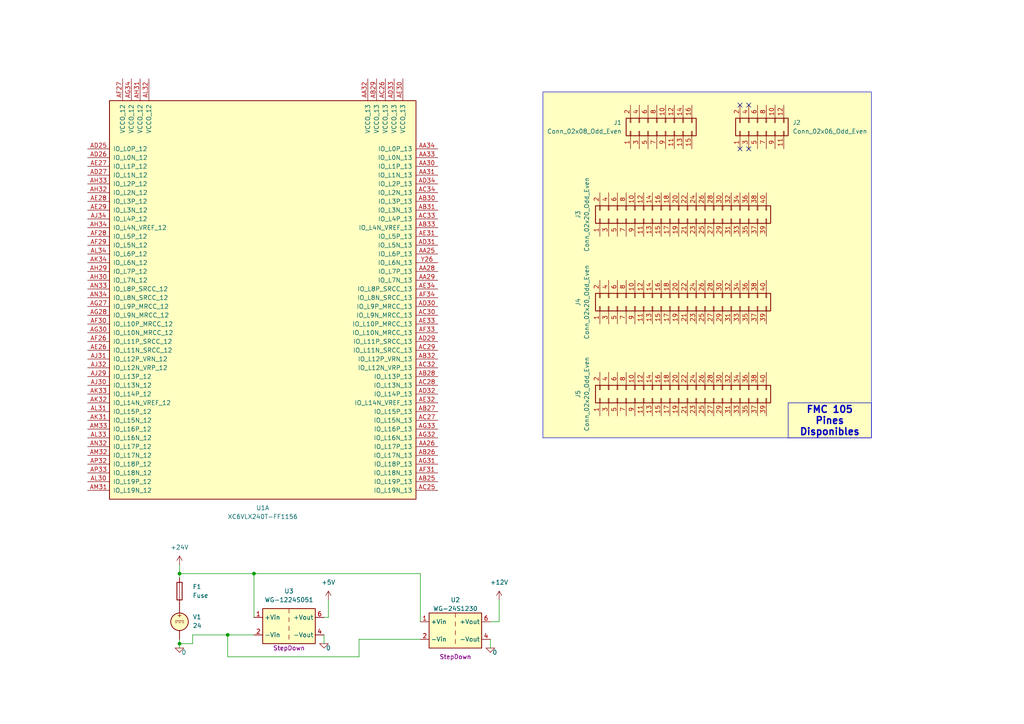
<source format=kicad_sch>
(kicad_sch (version 20230121) (generator eeschema)
  (paper "A4")
  (title_block (title "Maqueta de Laboratorio Remoto") (rev "2") (company "IIMAS UNAM") (comment 1 "Victor Manuel Lomas Barrie") (comment 2 "Abner Maya Vergara") (comment 3 "Autores:") (comment 4 "Circuito referido al diagrama de maqueta 2.0"))
  (lib_symbols
    (symbol "Connector_Generic:Conn_02x06_Odd_Even" (pin_names (offset 1.016) hide)
      (property "Reference" "J" (at 1.27 7.62 0))
      (property "Value" "Conn_02x06_Odd_Even" (at 1.27 -10.16 0))
      (symbol "Conn_02x06_Odd_Even_1_1"
        (pin passive line (at -5.08 5.08 0) (length 3.81) (name "Pin_1") (number "1"))
        (pin passive line (at 7.62 -5.08 180) (length 3.81) (name "Pin_10") (number "10"))
        (pin passive line (at -5.08 -7.62 0) (length 3.81) (name "Pin_11") (number "11"))
        (pin passive line (at 7.62 -7.62 180) (length 3.81) (name "Pin_12") (number "12"))
        (pin passive line (at 7.62 5.08 180) (length 3.81) (name "Pin_2") (number "2"))
        (pin passive line (at -5.08 2.54 0) (length 3.81) (name "Pin_3") (number "3"))
        (pin passive line (at 7.62 2.54 180) (length 3.81) (name "Pin_4") (number "4"))
        (pin passive line (at -5.08 0 0) (length 3.81) (name "Pin_5") (number "5"))
        (pin passive line (at 7.62 0 180) (length 3.81) (name "Pin_6") (number "6"))
        (pin passive line (at -5.08 -2.54 0) (length 3.81) (name "Pin_7") (number "7"))
        (pin passive line (at 7.62 -2.54 180) (length 3.81) (name "Pin_8") (number "8"))
        (pin passive line (at -5.08 -5.08 0) (length 3.81) (name "Pin_9") (number "9"))
      )
    )
    (symbol "Connector_Generic:Conn_02x08_Odd_Even" (pin_names (offset 1.016) hide)
      (property "Reference" "J" (at 1.27 10.16 0))
      (property "Value" "Conn_02x08_Odd_Even" (at 1.27 -12.7 0))
      (symbol "Conn_02x08_Odd_Even_1_1"
        (pin passive line (at -5.08 7.62 0) (length 3.81) (name "Pin_1") (number "1"))
        (pin passive line (at 7.62 -2.54 180) (length 3.81) (name "Pin_10") (number "10"))
        (pin passive line (at -5.08 -5.08 0) (length 3.81) (name "Pin_11") (number "11"))
        (pin passive line (at 7.62 -5.08 180) (length 3.81) (name "Pin_12") (number "12"))
        (pin passive line (at -5.08 -7.62 0) (length 3.81) (name "Pin_13") (number "13"))
        (pin passive line (at 7.62 -7.62 180) (length 3.81) (name "Pin_14") (number "14"))
        (pin passive line (at -5.08 -10.16 0) (length 3.81) (name "Pin_15") (number "15"))
        (pin passive line (at 7.62 -10.16 180) (length 3.81) (name "Pin_16") (number "16"))
        (pin passive line (at 7.62 7.62 180) (length 3.81) (name "Pin_2") (number "2"))
        (pin passive line (at -5.08 5.08 0) (length 3.81) (name "Pin_3") (number "3"))
        (pin passive line (at 7.62 5.08 180) (length 3.81) (name "Pin_4") (number "4"))
        (pin passive line (at -5.08 2.54 0) (length 3.81) (name "Pin_5") (number "5"))
        (pin passive line (at 7.62 2.54 180) (length 3.81) (name "Pin_6") (number "6"))
        (pin passive line (at -5.08 0 0) (length 3.81) (name "Pin_7") (number "7"))
        (pin passive line (at 7.62 0 180) (length 3.81) (name "Pin_8") (number "8"))
        (pin passive line (at -5.08 -2.54 0) (length 3.81) (name "Pin_9") (number "9"))
      )
    )
    (symbol "Connector_Generic:Conn_02x20_Odd_Even" (pin_names (offset 1.016) hide)
      (property "Reference" "J" (at 1.27 25.4 0))
      (property "Value" "Conn_02x20_Odd_Even" (at 1.27 -27.94 0))
      (symbol "Conn_02x20_Odd_Even_1_1"
        (pin passive line (at -5.08 22.86 0) (length 3.81) (name "Pin_1") (number "1"))
        (pin passive line (at 7.62 12.7 180) (length 3.81) (name "Pin_10") (number "10"))
        (pin passive line (at -5.08 10.16 0) (length 3.81) (name "Pin_11") (number "11"))
        (pin passive line (at 7.62 10.16 180) (length 3.81) (name "Pin_12") (number "12"))
        (pin passive line (at -5.08 7.62 0) (length 3.81) (name "Pin_13") (number "13"))
        (pin passive line (at 7.62 7.62 180) (length 3.81) (name "Pin_14") (number "14"))
        (pin passive line (at -5.08 5.08 0) (length 3.81) (name "Pin_15") (number "15"))
        (pin passive line (at 7.62 5.08 180) (length 3.81) (name "Pin_16") (number "16"))
        (pin passive line (at -5.08 2.54 0) (length 3.81) (name "Pin_17") (number "17"))
        (pin passive line (at 7.62 2.54 180) (length 3.81) (name "Pin_18") (number "18"))
        (pin passive line (at -5.08 0 0) (length 3.81) (name "Pin_19") (number "19"))
        (pin passive line (at 7.62 22.86 180) (length 3.81) (name "Pin_2") (number "2"))
        (pin passive line (at 7.62 0 180) (length 3.81) (name "Pin_20") (number "20"))
        (pin passive line (at -5.08 -2.54 0) (length 3.81) (name "Pin_21") (number "21"))
        (pin passive line (at 7.62 -2.54 180) (length 3.81) (name "Pin_22") (number "22"))
        (pin passive line (at -5.08 -5.08 0) (length 3.81) (name "Pin_23") (number "23"))
        (pin passive line (at 7.62 -5.08 180) (length 3.81) (name "Pin_24") (number "24"))
        (pin passive line (at -5.08 -7.62 0) (length 3.81) (name "Pin_25") (number "25"))
        (pin passive line (at 7.62 -7.62 180) (length 3.81) (name "Pin_26") (number "26"))
        (pin passive line (at -5.08 -10.16 0) (length 3.81) (name "Pin_27") (number "27"))
        (pin passive line (at 7.62 -10.16 180) (length 3.81) (name "Pin_28") (number "28"))
        (pin passive line (at -5.08 -12.7 0) (length 3.81) (name "Pin_29") (number "29"))
        (pin passive line (at -5.08 20.32 0) (length 3.81) (name "Pin_3") (number "3"))
        (pin passive line (at 7.62 -12.7 180) (length 3.81) (name "Pin_30") (number "30"))
        (pin passive line (at -5.08 -15.24 0) (length 3.81) (name "Pin_31") (number "31"))
        (pin passive line (at 7.62 -15.24 180) (length 3.81) (name "Pin_32") (number "32"))
        (pin passive line (at -5.08 -17.78 0) (length 3.81) (name "Pin_33") (number "33"))
        (pin passive line (at 7.62 -17.78 180) (length 3.81) (name "Pin_34") (number "34"))
        (pin passive line (at -5.08 -20.32 0) (length 3.81) (name "Pin_35") (number "35"))
        (pin passive line (at 7.62 -20.32 180) (length 3.81) (name "Pin_36") (number "36"))
        (pin passive line (at -5.08 -22.86 0) (length 3.81) (name "Pin_37") (number "37"))
        (pin passive line (at 7.62 -22.86 180) (length 3.81) (name "Pin_38") (number "38"))
        (pin passive line (at -5.08 -25.4 0) (length 3.81) (name "Pin_39") (number "39"))
        (pin passive line (at 7.62 20.32 180) (length 3.81) (name "Pin_4") (number "4"))
        (pin passive line (at 7.62 -25.4 180) (length 3.81) (name "Pin_40") (number "40"))
        (pin passive line (at -5.08 17.78 0) (length 3.81) (name "Pin_5") (number "5"))
        (pin passive line (at 7.62 17.78 180) (length 3.81) (name "Pin_6") (number "6"))
        (pin passive line (at -5.08 15.24 0) (length 3.81) (name "Pin_7") (number "7"))
        (pin passive line (at 7.62 15.24 180) (length 3.81) (name "Pin_8") (number "8"))
        (pin passive line (at -5.08 12.7 0) (length 3.81) (name "Pin_9") (number "9"))
      )
    )
    (symbol "Converter_DCDC:TMA-1515S"
      (property "Reference" "U" (at -6.35 6.35 0))
      (property "Value" "TMA-1515S" (at 2.54 6.35 0))
      (symbol "TMA-1515S_1_1"
        (pin power_in line (at -10.16 2.54 0) (length 2.54) (name "+Vin") (number "1"))
        (pin power_in line (at -10.16 -2.54 0) (length 2.54) (name "-Vin") (number "2"))
        (pin power_out line (at 10.16 -2.54 180) (length 2.54) (name "-Vout") (number "4"))
        (pin power_out line (at 10.16 2.54 180) (length 2.54) (name "+Vout") (number "6"))
      )
    )
    (symbol "Device:Fuse" (pin_numbers hide) (pin_names (offset 0))
      (property "Reference" "F" (at 2.032 0 90))
      (property "Value" "Fuse" (at -1.905 0 90))
      (symbol "Fuse_1_1"
        (pin passive line (at 0 3.81 270) (length 1.27) (name "~") (number "1"))
        (pin passive line (at 0 -3.81 90) (length 1.27) (name "~") (number "2"))
      )
    )
    (symbol "FPGA_Xilinx_Virtex6:XC6VLX240T-FF1156" (pin_names (offset 1.016))
      (property "Reference" "U" (at 0 1.27 0))
      (property "Value" "XC6VLX240T-FF1156" (at 0 -1.27 0))
      (symbol "XC6VLX240T-FF1156_1_1"
        (pin bidirectional line (at 50.8 10.16 180) (length 6.35) (name "IO_L6P_13") (number "AA25"))
        (pin bidirectional line (at 50.8 -45.72 180) (length 6.35) (name "IO_L17P_13") (number "AA26"))
        (pin bidirectional line (at 50.8 5.08 180) (length 6.35) (name "IO_L7P_13") (number "AA28"))
        (pin bidirectional line (at 50.8 2.54 180) (length 6.35) (name "IO_L7N_13") (number "AA29"))
        (pin bidirectional line (at 50.8 35.56 180) (length 6.35) (name "IO_L1P_13") (number "AA30"))
        (pin bidirectional line (at 50.8 33.02 180) (length 6.35) (name "IO_L1N_13") (number "AA31"))
        (pin power_in line (at 30.48 60.96 270) (length 6.35) (name "VCCO_13") (number "AA32"))
        (pin bidirectional line (at 50.8 38.1 180) (length 6.35) (name "IO_L0N_13") (number "AA33"))
        (pin bidirectional line (at 50.8 40.64 180) (length 6.35) (name "IO_L0P_13") (number "AA34"))
        (pin bidirectional line (at 50.8 -55.88 180) (length 6.35) (name "IO_L19P_13") (number "AB25"))
        (pin bidirectional line (at 50.8 -48.26 180) (length 6.35) (name "IO_L17N_13") (number "AB26"))
        (pin bidirectional line (at 50.8 -35.56 180) (length 6.35) (name "IO_L15P_13") (number "AB27"))
        (pin bidirectional line (at 50.8 -25.4 180) (length 6.35) (name "IO_L13P_13") (number "AB28"))
        (pin power_in line (at 33.02 60.96 270) (length 6.35) (name "VCCO_13") (number "AB29"))
        (pin bidirectional line (at 50.8 25.4 180) (length 6.35) (name "IO_L3P_13") (number "AB30"))
        (pin bidirectional line (at 50.8 22.86 180) (length 6.35) (name "IO_L3N_13") (number "AB31"))
        (pin bidirectional line (at 50.8 -20.32 180) (length 6.35) (name "IO_L12P_VRN_13") (number "AB32"))
        (pin bidirectional line (at 50.8 17.78 180) (length 6.35) (name "IO_L4N_VREF_13") (number "AB33"))
        (pin bidirectional line (at 50.8 -58.42 180) (length 6.35) (name "IO_L19N_13") (number "AC25"))
        (pin power_in line (at 35.56 60.96 270) (length 6.35) (name "VCCO_13") (number "AC26"))
        (pin bidirectional line (at 50.8 -38.1 180) (length 6.35) (name "IO_L15N_13") (number "AC27"))
        (pin bidirectional line (at 50.8 -27.94 180) (length 6.35) (name "IO_L13N_13") (number "AC28"))
        (pin bidirectional line (at 50.8 -17.78 180) (length 6.35) (name "IO_L11N_SRCC_13") (number "AC29"))
        (pin bidirectional line (at 50.8 -7.62 180) (length 6.35) (name "IO_L9N_MRCC_13") (number "AC30"))
        (pin bidirectional line (at 50.8 -22.86 180) (length 6.35) (name "IO_L12N_VRP_13") (number "AC32"))
        (pin bidirectional line (at 50.8 20.32 180) (length 6.35) (name "IO_L4P_13") (number "AC33"))
        (pin bidirectional line (at 50.8 27.94 180) (length 6.35) (name "IO_L2N_13") (number "AC34"))
        (pin bidirectional line (at -50.8 40.64 0) (length 6.35) (name "IO_L0P_12") (number "AD25"))
        (pin bidirectional line (at -50.8 38.1 0) (length 6.35) (name "IO_L0N_12") (number "AD26"))
        (pin bidirectional line (at -50.8 33.02 0) (length 6.35) (name "IO_L1N_12") (number "AD27"))
        (pin bidirectional line (at 50.8 -15.24 180) (length 6.35) (name "IO_L11P_SRCC_13") (number "AD29"))
        (pin bidirectional line (at 50.8 -5.08 180) (length 6.35) (name "IO_L9P_MRCC_13") (number "AD30"))
        (pin bidirectional line (at 50.8 12.7 180) (length 6.35) (name "IO_L5N_13") (number "AD31"))
        (pin bidirectional line (at 50.8 -30.48 180) (length 6.35) (name "IO_L14P_13") (number "AD32"))
        (pin power_in line (at 38.1 60.96 270) (length 6.35) (name "VCCO_13") (number "AD33"))
        (pin bidirectional line (at 50.8 30.48 180) (length 6.35) (name "IO_L2P_13") (number "AD34"))
        (pin bidirectional line (at -50.8 -17.78 0) (length 6.35) (name "IO_L11N_SRCC_12") (number "AE26"))
        (pin bidirectional line (at -50.8 35.56 0) (length 6.35) (name "IO_L1P_12") (number "AE27"))
        (pin bidirectional line (at -50.8 25.4 0) (length 6.35) (name "IO_L3P_12") (number "AE28"))
        (pin bidirectional line (at -50.8 22.86 0) (length 6.35) (name "IO_L3N_12") (number "AE29"))
        (pin power_in line (at 40.64 60.96 270) (length 6.35) (name "VCCO_13") (number "AE30"))
        (pin bidirectional line (at 50.8 15.24 180) (length 6.35) (name "IO_L5P_13") (number "AE31"))
        (pin bidirectional line (at 50.8 -33.02 180) (length 6.35) (name "IO_L14N_VREF_13") (number "AE32"))
        (pin bidirectional line (at 50.8 -10.16 180) (length 6.35) (name "IO_L10P_MRCC_13") (number "AE33"))
        (pin bidirectional line (at 50.8 0 180) (length 6.35) (name "IO_L8P_SRCC_13") (number "AE34"))
        (pin bidirectional line (at -50.8 -15.24 0) (length 6.35) (name "IO_L11P_SRCC_12") (number "AF26"))
        (pin power_in line (at -40.64 60.96 270) (length 6.35) (name "VCCO_12") (number "AF27"))
        (pin bidirectional line (at -50.8 15.24 0) (length 6.35) (name "IO_L5P_12") (number "AF28"))
        (pin bidirectional line (at -50.8 12.7 0) (length 6.35) (name "IO_L5N_12") (number "AF29"))
        (pin bidirectional line (at -50.8 -10.16 0) (length 6.35) (name "IO_L10P_MRCC_12") (number "AF30"))
        (pin bidirectional line (at 50.8 -53.34 180) (length 6.35) (name "IO_L18N_13") (number "AF31"))
        (pin bidirectional line (at 50.8 -12.7 180) (length 6.35) (name "IO_L10N_MRCC_13") (number "AF33"))
        (pin bidirectional line (at 50.8 -2.54 180) (length 6.35) (name "IO_L8N_SRCC_13") (number "AF34"))
        (pin bidirectional line (at -50.8 -5.08 0) (length 6.35) (name "IO_L9P_MRCC_12") (number "AG27"))
        (pin bidirectional line (at -50.8 -7.62 0) (length 6.35) (name "IO_L9N_MRCC_12") (number "AG28"))
        (pin bidirectional line (at -50.8 -12.7 0) (length 6.35) (name "IO_L10N_MRCC_12") (number "AG30"))
        (pin bidirectional line (at 50.8 -50.8 180) (length 6.35) (name "IO_L18P_13") (number "AG31"))
        (pin bidirectional line (at 50.8 -43.18 180) (length 6.35) (name "IO_L16N_13") (number "AG32"))
        (pin bidirectional line (at 50.8 -40.64 180) (length 6.35) (name "IO_L16P_13") (number "AG33"))
        (pin power_in line (at -38.1 60.96 270) (length 6.35) (name "VCCO_12") (number "AG34"))
        (pin bidirectional line (at -50.8 5.08 0) (length 6.35) (name "IO_L7P_12") (number "AH29"))
        (pin bidirectional line (at -50.8 2.54 0) (length 6.35) (name "IO_L7N_12") (number "AH30"))
        (pin power_in line (at -35.56 60.96 270) (length 6.35) (name "VCCO_12") (number "AH31"))
        (pin bidirectional line (at -50.8 27.94 0) (length 6.35) (name "IO_L2N_12") (number "AH32"))
        (pin bidirectional line (at -50.8 30.48 0) (length 6.35) (name "IO_L2P_12") (number "AH33"))
        (pin bidirectional line (at -50.8 17.78 0) (length 6.35) (name "IO_L4N_VREF_12") (number "AH34"))
        (pin bidirectional line (at -50.8 -25.4 0) (length 6.35) (name "IO_L13P_12") (number "AJ29"))
        (pin bidirectional line (at -50.8 -27.94 0) (length 6.35) (name "IO_L13N_12") (number "AJ30"))
        (pin bidirectional line (at -50.8 -20.32 0) (length 6.35) (name "IO_L12P_VRN_12") (number "AJ31"))
        (pin bidirectional line (at -50.8 -22.86 0) (length 6.35) (name "IO_L12N_VRP_12") (number "AJ32"))
        (pin bidirectional line (at -50.8 20.32 0) (length 6.35) (name "IO_L4P_12") (number "AJ34"))
        (pin bidirectional line (at -50.8 -38.1 0) (length 6.35) (name "IO_L15N_12") (number "AK31"))
        (pin bidirectional line (at -50.8 -33.02 0) (length 6.35) (name "IO_L14N_VREF_12") (number "AK32"))
        (pin bidirectional line (at -50.8 -30.48 0) (length 6.35) (name "IO_L14P_12") (number "AK33"))
        (pin bidirectional line (at -50.8 7.62 0) (length 6.35) (name "IO_L6N_12") (number "AK34"))
        (pin bidirectional line (at -50.8 -55.88 0) (length 6.35) (name "IO_L19P_12") (number "AL30"))
        (pin bidirectional line (at -50.8 -35.56 0) (length 6.35) (name "IO_L15P_12") (number "AL31"))
        (pin power_in line (at -33.02 60.96 270) (length 6.35) (name "VCCO_12") (number "AL32"))
        (pin bidirectional line (at -50.8 -43.18 0) (length 6.35) (name "IO_L16N_12") (number "AL33"))
        (pin bidirectional line (at -50.8 10.16 0) (length 6.35) (name "IO_L6P_12") (number "AL34"))
        (pin bidirectional line (at -50.8 -58.42 0) (length 6.35) (name "IO_L19N_12") (number "AM31"))
        (pin bidirectional line (at -50.8 -48.26 0) (length 6.35) (name "IO_L17N_12") (number "AM32"))
        (pin bidirectional line (at -50.8 -40.64 0) (length 6.35) (name "IO_L16P_12") (number "AM33"))
        (pin bidirectional line (at -50.8 -45.72 0) (length 6.35) (name "IO_L17P_12") (number "AN32"))
        (pin bidirectional line (at -50.8 0 0) (length 6.35) (name "IO_L8P_SRCC_12") (number "AN33"))
        (pin bidirectional line (at -50.8 -2.54 0) (length 6.35) (name "IO_L8N_SRCC_12") (number "AN34"))
        (pin bidirectional line (at -50.8 -50.8 0) (length 6.35) (name "IO_L18P_12") (number "AP32"))
        (pin bidirectional line (at -50.8 -53.34 0) (length 6.35) (name "IO_L18N_12") (number "AP33"))
        (pin bidirectional line (at 50.8 7.62 180) (length 6.35) (name "IO_L6N_13") (number "Y26"))
      )
      (symbol "XC6VLX240T-FF1156_2_1"
        (pin bidirectional line (at 50.8 27.94 180) (length 6.35) (name "IO_L2N_SM8N_15") (number "K31"))
        (pin bidirectional line (at 50.8 30.48 180) (length 6.35) (name "IO_L2P_SM8P_15") (number "K32"))
        (pin bidirectional line (at 50.8 -40.64 180) (length 6.35) (name "IO_L16P_VRN_15") (number "K34"))
        (pin bidirectional line (at 50.8 5.08 180) (length 6.35) (name "IO_L7P_SM12P_15") (number "L28"))
        (pin bidirectional line (at 50.8 -15.24 180) (length 6.35) (name "IO_L11P_SRCC_15") (number "L29"))
        (pin bidirectional line (at 50.8 -17.78 180) (length 6.35) (name "IO_L11N_SRCC_15") (number "L30"))
        (pin bidirectional line (at 50.8 38.1 180) (length 6.35) (name "IO_L0N_15") (number "L31"))
        (pin power_in line (at 30.48 60.96 270) (length 6.35) (name "VCCO_15") (number "L32"))
        (pin bidirectional line (at 50.8 10.16 180) (length 6.35) (name "IO_L6P_SM11P_15") (number "L33"))
        (pin bidirectional line (at 50.8 -43.18 180) (length 6.35) (name "IO_L16N_VRP_15") (number "L34"))
        (pin bidirectional line (at 50.8 33.02 180) (length 6.35) (name "IO_L1N_15") (number "M25"))
        (pin bidirectional line (at 50.8 25.4 180) (length 6.35) (name "IO_L3P_SM9P_15") (number "M26"))
        (pin bidirectional line (at 50.8 22.86 180) (length 6.35) (name "IO_L3N_SM9N_15") (number "M27"))
        (pin bidirectional line (at 50.8 2.54 180) (length 6.35) (name "IO_L7N_SM12N_15") (number "M28"))
        (pin power_in line (at 33.02 60.96 270) (length 6.35) (name "VCCO_15") (number "M29"))
        (pin bidirectional line (at 50.8 -45.72 180) (length 6.35) (name "IO_L17P_15") (number "M30"))
        (pin bidirectional line (at 50.8 40.64 180) (length 6.35) (name "IO_L0P_15") (number "M31"))
        (pin bidirectional line (at 50.8 7.62 180) (length 6.35) (name "IO_L6N_SM11N_15") (number "M32"))
        (pin bidirectional line (at 50.8 -12.7 180) (length 6.35) (name "IO_L10N_MRCC_15") (number "M33"))
        (pin bidirectional line (at 50.8 35.56 180) (length 6.35) (name "IO_L1P_15") (number "N25"))
        (pin power_in line (at 35.56 60.96 270) (length 6.35) (name "VCCO_15") (number "N26"))
        (pin bidirectional line (at 50.8 15.24 180) (length 6.35) (name "IO_L5P_SM10P_15") (number "N27"))
        (pin bidirectional line (at 50.8 -5.08 180) (length 6.35) (name "IO_L9P_MRCC_15") (number "N28"))
        (pin bidirectional line (at 50.8 -7.62 180) (length 6.35) (name "IO_L9N_MRCC_15") (number "N29"))
        (pin bidirectional line (at 50.8 -48.26 180) (length 6.35) (name "IO_L17N_15") (number "N30"))
        (pin bidirectional line (at 50.8 0 180) (length 6.35) (name "IO_L8P_SRCC_15") (number "N32"))
        (pin bidirectional line (at 50.8 -10.16 180) (length 6.35) (name "IO_L10P_MRCC_15") (number "N33"))
        (pin bidirectional line (at 50.8 -50.8 180) (length 6.35) (name "IO_L18P_15") (number "N34"))
        (pin bidirectional line (at 50.8 -20.32 180) (length 6.35) (name "IO_L12P_SM13P_15") (number "P25"))
        (pin bidirectional line (at 50.8 -22.86 180) (length 6.35) (name "IO_L12N_SM13N_15") (number "P26"))
        (pin bidirectional line (at 50.8 12.7 180) (length 6.35) (name "IO_L5N_SM10N_15") (number "P27"))
        (pin bidirectional line (at 50.8 -55.88 180) (length 6.35) (name "IO_L19P_15") (number "P29"))
        (pin bidirectional line (at 50.8 17.78 180) (length 6.35) (name "IO_L4N_VREF_15") (number "P30"))
        (pin bidirectional line (at 50.8 20.32 180) (length 6.35) (name "IO_L4P_15") (number "P31"))
        (pin bidirectional line (at 50.8 -2.54 180) (length 6.35) (name "IO_L8N_SRCC_15") (number "P32"))
        (pin power_in line (at 38.1 60.96 270) (length 6.35) (name "VCCO_15") (number "P33"))
        (pin bidirectional line (at 50.8 -53.34 180) (length 6.35) (name "IO_L18N_15") (number "P34"))
        (pin bidirectional line (at 50.8 -35.56 180) (length 6.35) (name "IO_L15P_SM15P_15") (number "R26"))
        (pin bidirectional line (at 50.8 -27.94 180) (length 6.35) (name "IO_L13N_SM14N_15") (number "R27"))
        (pin bidirectional line (at 50.8 -25.4 180) (length 6.35) (name "IO_L13P_SM14P_15") (number "R28"))
        (pin bidirectional line (at 50.8 -58.42 180) (length 6.35) (name "IO_L19N_15") (number "R29"))
        (pin power_in line (at 40.64 60.96 270) (length 6.35) (name "VCCO_15") (number "R30"))
        (pin bidirectional line (at 50.8 -30.48 180) (length 6.35) (name "IO_L14P_15") (number "R31"))
        (pin bidirectional line (at 50.8 -33.02 180) (length 6.35) (name "IO_L14N_VREF_15") (number "R32"))
        (pin bidirectional line (at -50.8 30.48 0) (length 6.35) (name "IO_L2P_14") (number "R33"))
        (pin bidirectional line (at -50.8 27.94 0) (length 6.35) (name "IO_L2N_14") (number "R34"))
        (pin bidirectional line (at -50.8 38.1 0) (length 6.35) (name "IO_L0N_14") (number "T25"))
        (pin bidirectional line (at 50.8 -38.1 180) (length 6.35) (name "IO_L15N_SM15N_15") (number "T26"))
        (pin power_in line (at -40.64 60.96 270) (length 6.35) (name "VCCO_14") (number "T27"))
        (pin bidirectional line (at -50.8 35.56 0) (length 6.35) (name "IO_L1P_14") (number "T28"))
        (pin bidirectional line (at -50.8 33.02 0) (length 6.35) (name "IO_L1N_14") (number "T29"))
        (pin bidirectional line (at -50.8 25.4 0) (length 6.35) (name "IO_L3P_14") (number "T30"))
        (pin bidirectional line (at -50.8 22.86 0) (length 6.35) (name "IO_L3N_14") (number "T31"))
        (pin bidirectional line (at -50.8 20.32 0) (length 6.35) (name "IO_L4P_14") (number "T33"))
        (pin bidirectional line (at -50.8 17.78 0) (length 6.35) (name "IO_L4N_VREF_14") (number "T34"))
        (pin bidirectional line (at -50.8 40.64 0) (length 6.35) (name "IO_L0P_14") (number "U25"))
        (pin bidirectional line (at -50.8 15.24 0) (length 6.35) (name "IO_L5P_14") (number "U26"))
        (pin bidirectional line (at -50.8 12.7 0) (length 6.35) (name "IO_L5N_14") (number "U27"))
        (pin bidirectional line (at -50.8 5.08 0) (length 6.35) (name "IO_L7P_14") (number "U28"))
        (pin bidirectional line (at -50.8 -2.54 0) (length 6.35) (name "IO_L8N_SRCC_14") (number "U30"))
        (pin bidirectional line (at -50.8 0 0) (length 6.35) (name "IO_L8P_SRCC_14") (number "U31"))
        (pin bidirectional line (at -50.8 7.62 0) (length 6.35) (name "IO_L6N_14") (number "U32"))
        (pin bidirectional line (at -50.8 10.16 0) (length 6.35) (name "IO_L6P_14") (number "U33"))
        (pin power_in line (at -38.1 60.96 270) (length 6.35) (name "VCCO_14") (number "U34"))
        (pin bidirectional line (at -50.8 -53.34 0) (length 6.35) (name "IO_L18N_14") (number "V25"))
        (pin bidirectional line (at -50.8 -17.78 0) (length 6.35) (name "IO_L11N_SRCC_14") (number "V27"))
        (pin bidirectional line (at -50.8 -15.24 0) (length 6.35) (name "IO_L11P_SRCC_14") (number "V28"))
        (pin bidirectional line (at -50.8 2.54 0) (length 6.35) (name "IO_L7N_14") (number "V29"))
        (pin bidirectional line (at -50.8 -5.08 0) (length 6.35) (name "IO_L9P_MRCC_14") (number "V30"))
        (pin power_in line (at -35.56 60.96 270) (length 6.35) (name "VCCO_14") (number "V31"))
        (pin bidirectional line (at -50.8 -20.32 0) (length 6.35) (name "IO_L12P_VRN_14") (number "V32"))
        (pin bidirectional line (at -50.8 -22.86 0) (length 6.35) (name "IO_L12N_VRP_14") (number "V33"))
        (pin bidirectional line (at -50.8 -10.16 0) (length 6.35) (name "IO_L10P_MRCC_14") (number "V34"))
        (pin bidirectional line (at -50.8 -50.8 0) (length 6.35) (name "IO_L18P_14") (number "W25"))
        (pin bidirectional line (at -50.8 -58.42 0) (length 6.35) (name "IO_L19N_14") (number "W26"))
        (pin bidirectional line (at -50.8 -55.88 0) (length 6.35) (name "IO_L19P_14") (number "W27"))
        (pin power_in line (at -33.02 60.96 270) (length 6.35) (name "VCCO_14") (number "W28"))
        (pin bidirectional line (at -50.8 -35.56 0) (length 6.35) (name "IO_L15P_14") (number "W29"))
        (pin bidirectional line (at -50.8 -7.62 0) (length 6.35) (name "IO_L9N_MRCC_14") (number "W30"))
        (pin bidirectional line (at -50.8 -40.64 0) (length 6.35) (name "IO_L16P_14") (number "W31"))
        (pin bidirectional line (at -50.8 -43.18 0) (length 6.35) (name "IO_L16N_14") (number "W32"))
        (pin bidirectional line (at -50.8 -12.7 0) (length 6.35) (name "IO_L10N_MRCC_14") (number "W34"))
        (pin bidirectional line (at -50.8 -48.26 0) (length 6.35) (name "IO_L17N_14") (number "Y27"))
        (pin bidirectional line (at -50.8 -45.72 0) (length 6.35) (name "IO_L17P_14") (number "Y28"))
        (pin bidirectional line (at -50.8 -38.1 0) (length 6.35) (name "IO_L15N_14") (number "Y29"))
        (pin bidirectional line (at -50.8 -27.94 0) (length 6.35) (name "IO_L13N_14") (number "Y31"))
        (pin bidirectional line (at -50.8 -25.4 0) (length 6.35) (name "IO_L13P_14") (number "Y32"))
        (pin bidirectional line (at -50.8 -30.48 0) (length 6.35) (name "IO_L14P_14") (number "Y33"))
        (pin bidirectional line (at -50.8 -33.02 0) (length 6.35) (name "IO_L14N_VREF_14") (number "Y34"))
      )
      (symbol "XC6VLX240T-FF1156_3_1"
        (pin power_in line (at -40.64 60.96 270) (length 6.35) (name "VCCO_16") (number "A32"))
        (pin bidirectional line (at -50.8 20.32 0) (length 6.35) (name "IO_L4P_16") (number "A33"))
        (pin bidirectional line (at 50.8 -30.48 180) (length 6.35) (name "IO_L14P_22") (number "AC19"))
        (pin bidirectional line (at 50.8 10.16 180) (length 6.35) (name "IO_L6P_22") (number "AC20"))
        (pin bidirectional line (at 50.8 -33.02 180) (length 6.35) (name "IO_L14N_VREF_22") (number "AD19"))
        (pin bidirectional line (at 50.8 7.62 180) (length 6.35) (name "IO_L6N_22") (number "AD20"))
        (pin bidirectional line (at 50.8 38.1 180) (length 6.35) (name "IO_L0N_22") (number "AD21"))
        (pin bidirectional line (at 50.8 -2.54 180) (length 6.35) (name "IO_L8N_SRCC_22") (number "AE19"))
        (pin power_in line (at 30.48 60.96 270) (length 6.35) (name "VCCO_22") (number "AE20"))
        (pin bidirectional line (at 50.8 40.64 180) (length 6.35) (name "IO_L0P_22") (number "AE21"))
        (pin bidirectional line (at 50.8 0 180) (length 6.35) (name "IO_L8P_SRCC_22") (number "AF19"))
        (pin bidirectional line (at 50.8 -15.24 180) (length 6.35) (name "IO_L11P_SRCC_22") (number "AF20"))
        (pin bidirectional line (at 50.8 -17.78 180) (length 6.35) (name "IO_L11N_SRCC_22") (number "AF21"))
        (pin bidirectional line (at 50.8 -50.8 180) (length 6.35) (name "IO_L18P_22") (number "AG20"))
        (pin bidirectional line (at 50.8 -53.34 180) (length 6.35) (name "IO_L18N_22") (number "AG21"))
        (pin bidirectional line (at 50.8 30.48 180) (length 6.35) (name "IO_L2P_22") (number "AG22"))
        (pin bidirectional line (at 50.8 -22.86 180) (length 6.35) (name "IO_L12N_VRP_22") (number "AH20"))
        (pin power_in line (at 33.02 60.96 270) (length 6.35) (name "VCCO_22") (number "AH21"))
        (pin bidirectional line (at 50.8 27.94 180) (length 6.35) (name "IO_L2N_22") (number "AH22"))
        (pin bidirectional line (at 50.8 -20.32 180) (length 6.35) (name "IO_L12P_VRN_22") (number "AJ20"))
        (pin bidirectional line (at 50.8 -43.18 180) (length 6.35) (name "IO_L16N_22") (number "AJ21"))
        (pin bidirectional line (at 50.8 17.78 180) (length 6.35) (name "IO_L4N_VREF_22") (number "AJ22"))
        (pin bidirectional line (at 50.8 -10.16 180) (length 6.35) (name "IO_L10P_MRCC_22") (number "AK19"))
        (pin bidirectional line (at 50.8 -40.64 180) (length 6.35) (name "IO_L16P_22") (number "AK21"))
        (pin bidirectional line (at 50.8 20.32 180) (length 6.35) (name "IO_L4P_22") (number "AK22"))
        (pin bidirectional line (at 50.8 33.02 180) (length 6.35) (name "IO_L1N_22") (number "AL18"))
        (pin bidirectional line (at 50.8 -12.7 180) (length 6.35) (name "IO_L10N_MRCC_22") (number "AL19"))
        (pin bidirectional line (at 50.8 2.54 180) (length 6.35) (name "IO_L7N_22") (number "AL20"))
        (pin bidirectional line (at 50.8 -27.94 180) (length 6.35) (name "IO_L13N_22") (number "AL21"))
        (pin power_in line (at 35.56 60.96 270) (length 6.35) (name "VCCO_22") (number "AL22"))
        (pin bidirectional line (at 50.8 -38.1 180) (length 6.35) (name "IO_L15N_22") (number "AL23"))
        (pin bidirectional line (at 50.8 35.56 180) (length 6.35) (name "IO_L1P_22") (number "AM18"))
        (pin power_in line (at 38.1 60.96 270) (length 6.35) (name "VCCO_22") (number "AM19"))
        (pin bidirectional line (at 50.8 5.08 180) (length 6.35) (name "IO_L7P_22") (number "AM20"))
        (pin bidirectional line (at 50.8 -25.4 180) (length 6.35) (name "IO_L13P_22") (number "AM21"))
        (pin bidirectional line (at 50.8 -45.72 180) (length 6.35) (name "IO_L17P_22") (number "AM22"))
        (pin bidirectional line (at 50.8 -35.56 180) (length 6.35) (name "IO_L15P_22") (number "AM23"))
        (pin bidirectional line (at 50.8 22.86 180) (length 6.35) (name "IO_L3N_22") (number "AN18"))
        (pin bidirectional line (at 50.8 15.24 180) (length 6.35) (name "IO_L5P_22") (number "AN19"))
        (pin bidirectional line (at 50.8 12.7 180) (length 6.35) (name "IO_L5N_22") (number "AN20"))
        (pin bidirectional line (at 50.8 -48.26 180) (length 6.35) (name "IO_L17N_22") (number "AN22"))
        (pin bidirectional line (at 50.8 -58.42 180) (length 6.35) (name "IO_L19N_22") (number "AN23"))
        (pin bidirectional line (at 50.8 25.4 180) (length 6.35) (name "IO_L3P_22") (number "AP19"))
        (pin bidirectional line (at 50.8 -5.08 180) (length 6.35) (name "IO_L9P_MRCC_22") (number "AP20"))
        (pin bidirectional line (at 50.8 -7.62 180) (length 6.35) (name "IO_L9N_MRCC_22") (number "AP21"))
        (pin bidirectional line (at 50.8 -55.88 180) (length 6.35) (name "IO_L19P_22") (number "AP22"))
        (pin power_in line (at 40.64 60.96 270) (length 6.35) (name "VCCO_22") (number "AP23"))
        (pin bidirectional line (at -50.8 38.1 0) (length 6.35) (name "IO_L0N_16") (number "B32"))
        (pin bidirectional line (at -50.8 17.78 0) (length 6.35) (name "IO_L4N_VREF_16") (number "B33"))
        (pin bidirectional line (at -50.8 7.62 0) (length 6.35) (name "IO_L6N_16") (number "B34"))
        (pin bidirectional line (at -50.8 40.64 0) (length 6.35) (name "IO_L0P_16") (number "C32"))
        (pin bidirectional line (at -50.8 10.16 0) (length 6.35) (name "IO_L6P_16") (number "C33"))
        (pin bidirectional line (at -50.8 -2.54 0) (length 6.35) (name "IO_L8N_SRCC_16") (number "C34"))
        (pin bidirectional line (at -50.8 -35.56 0) (length 6.35) (name "IO_L15P_16") (number "D31"))
        (pin bidirectional line (at -50.8 -38.1 0) (length 6.35) (name "IO_L15N_16") (number "D32"))
        (pin power_in line (at -38.1 60.96 270) (length 6.35) (name "VCCO_16") (number "D33"))
        (pin bidirectional line (at -50.8 0 0) (length 6.35) (name "IO_L8P_SRCC_16") (number "D34"))
        (pin bidirectional line (at -50.8 -17.78 0) (length 6.35) (name "IO_L11N_SRCC_16") (number "E31"))
        (pin bidirectional line (at -50.8 30.48 0) (length 6.35) (name "IO_L2P_16") (number "E32"))
        (pin bidirectional line (at -50.8 27.94 0) (length 6.35) (name "IO_L2N_16") (number "E33"))
        (pin bidirectional line (at -50.8 -20.32 0) (length 6.35) (name "IO_L12P_VRN_16") (number "E34"))
        (pin bidirectional line (at -50.8 25.4 0) (length 6.35) (name "IO_L3P_16") (number "F30"))
        (pin bidirectional line (at -50.8 -15.24 0) (length 6.35) (name "IO_L11P_SRCC_16") (number "F31"))
        (pin bidirectional line (at -50.8 -10.16 0) (length 6.35) (name "IO_L10P_MRCC_16") (number "F33"))
        (pin bidirectional line (at -50.8 -22.86 0) (length 6.35) (name "IO_L12N_VRP_16") (number "F34"))
        (pin bidirectional line (at -50.8 22.86 0) (length 6.35) (name "IO_L3N_16") (number "G30"))
        (pin bidirectional line (at -50.8 15.24 0) (length 6.35) (name "IO_L5P_16") (number "G31"))
        (pin bidirectional line (at -50.8 -45.72 0) (length 6.35) (name "IO_L17P_16") (number "G32"))
        (pin bidirectional line (at -50.8 -12.7 0) (length 6.35) (name "IO_L10N_MRCC_16") (number "G33"))
        (pin power_in line (at -35.56 60.96 270) (length 6.35) (name "VCCO_16") (number "G34"))
        (pin bidirectional line (at -50.8 12.7 0) (length 6.35) (name "IO_L5N_16") (number "H30"))
        (pin power_in line (at -33.02 60.96 270) (length 6.35) (name "VCCO_16") (number "H31"))
        (pin bidirectional line (at -50.8 -48.26 0) (length 6.35) (name "IO_L17N_16") (number "H32"))
        (pin bidirectional line (at -50.8 -33.02 0) (length 6.35) (name "IO_L14N_VREF_16") (number "H33"))
        (pin bidirectional line (at -50.8 -30.48 0) (length 6.35) (name "IO_L14P_16") (number "H34"))
        (pin bidirectional line (at -50.8 35.56 0) (length 6.35) (name "IO_L1P_16") (number "J26"))
        (pin bidirectional line (at -50.8 33.02 0) (length 6.35) (name "IO_L1N_16") (number "J27"))
        (pin power_in line (at -30.48 60.96 270) (length 6.35) (name "VCCO_16") (number "J28"))
        (pin bidirectional line (at -50.8 2.54 0) (length 6.35) (name "IO_L7N_16") (number "J29"))
        (pin bidirectional line (at -50.8 -25.4 0) (length 6.35) (name "IO_L13P_16") (number "J30"))
        (pin bidirectional line (at -50.8 -55.88 0) (length 6.35) (name "IO_L19P_16") (number "J31"))
        (pin bidirectional line (at -50.8 -58.42 0) (length 6.35) (name "IO_L19N_16") (number "J32"))
        (pin bidirectional line (at -50.8 -43.18 0) (length 6.35) (name "IO_L16N_16") (number "J34"))
        (pin power_in line (at -27.94 60.96 270) (length 6.35) (name "VCCO_16") (number "K25"))
        (pin bidirectional line (at -50.8 -5.08 0) (length 6.35) (name "IO_L9P_MRCC_16") (number "K26"))
        (pin bidirectional line (at -50.8 -7.62 0) (length 6.35) (name "IO_L9N_MRCC_16") (number "K27"))
        (pin bidirectional line (at -50.8 5.08 0) (length 6.35) (name "IO_L7P_16") (number "K28"))
        (pin bidirectional line (at -50.8 -27.94 0) (length 6.35) (name "IO_L13N_16") (number "K29"))
        (pin bidirectional line (at -50.8 -40.64 0) (length 6.35) (name "IO_L16P_16") (number "K33"))
        (pin bidirectional line (at -50.8 -50.8 0) (length 6.35) (name "IO_L18P_16") (number "L25"))
        (pin bidirectional line (at -50.8 -53.34 0) (length 6.35) (name "IO_L18N_16") (number "L26"))
      )
      (symbol "XC6VLX240T-FF1156_4_1"
        (pin bidirectional line (at 50.8 -40.64 180) (length 6.35) (name "IO_L16P_RS0_24") (number "AA23"))
        (pin bidirectional line (at 50.8 -33.02 180) (length 6.35) (name "IO_L14N_VREF_FOE_B_MOSI_24") (number "AA24"))
        (pin bidirectional line (at 50.8 -43.18 180) (length 6.35) (name "IO_L16N_CSO_B_24") (number "AB23"))
        (pin bidirectional line (at 50.8 -55.88 180) (length 6.35) (name "IO_L19P_24") (number "AC22"))
        (pin bidirectional line (at 50.8 -50.8 180) (length 6.35) (name "IO_L18P_24") (number "AC23"))
        (pin bidirectional line (at 50.8 -53.34 180) (length 6.35) (name "IO_L18N_24") (number "AC24"))
        (pin bidirectional line (at 50.8 -58.42 180) (length 6.35) (name "IO_L19N_24") (number "AD22"))
        (pin power_in line (at 27.94 60.96 270) (length 6.35) (name "VCCO_24") (number "AD23"))
        (pin bidirectional line (at 50.8 -15.24 180) (length 6.35) (name "IO_L11P_SRCC_24") (number "AD24"))
        (pin bidirectional line (at 50.8 -48.26 180) (length 6.35) (name "IO_L17N_VRP_24") (number "AE22"))
        (pin bidirectional line (at 50.8 -45.72 180) (length 6.35) (name "IO_L17P_VRN_24") (number "AE23"))
        (pin bidirectional line (at 50.8 -17.78 180) (length 6.35) (name "IO_L11N_SRCC_24") (number "AE24"))
        (pin bidirectional line (at 50.8 -35.56 180) (length 6.35) (name "IO_L15P_FWE_B_24") (number "AF23"))
        (pin bidirectional line (at 50.8 -27.94 180) (length 6.35) (name "IO_L13N_D0_FS0_24") (number "AF24"))
        (pin bidirectional line (at 50.8 -25.4 180) (length 6.35) (name "IO_L13P_D1_FS1_24") (number "AF25"))
        (pin bidirectional line (at 50.8 -38.1 180) (length 6.35) (name "IO_L15N_RS1_24") (number "AG23"))
        (pin power_in line (at 30.48 60.96 270) (length 6.35) (name "VCCO_24") (number "AG24"))
        (pin bidirectional line (at -50.8 30.48 0) (length 6.35) (name "IO_L2P_23") (number "AG25"))
        (pin bidirectional line (at -50.8 27.94 0) (length 6.35) (name "IO_L2N_23") (number "AG26"))
        (pin bidirectional line (at -50.8 -15.24 0) (length 6.35) (name "IO_L11P_SRCC_23") (number "AH23"))
        (pin bidirectional line (at -50.8 -17.78 0) (length 6.35) (name "IO_L11N_SRCC_23") (number "AH24"))
        (pin bidirectional line (at -50.8 0 0) (length 6.35) (name "IO_L8P_SRCC_23") (number "AH25"))
        (pin bidirectional line (at -50.8 40.64 0) (length 6.35) (name "IO_L0P_23") (number "AH27"))
        (pin bidirectional line (at -50.8 38.1 0) (length 6.35) (name "IO_L0N_23") (number "AH28"))
        (pin bidirectional line (at -50.8 -30.48 0) (length 6.35) (name "IO_L14P_23") (number "AJ24"))
        (pin bidirectional line (at -50.8 -2.54 0) (length 6.35) (name "IO_L8N_SRCC_23") (number "AJ25"))
        (pin bidirectional line (at -50.8 -22.86 0) (length 6.35) (name "IO_L12N_VRP_23") (number "AJ26"))
        (pin bidirectional line (at -50.8 -12.7 0) (length 6.35) (name "IO_L10N_MRCC_23") (number "AJ27"))
        (pin power_in line (at -40.64 60.96 270) (length 6.35) (name "VCCO_23") (number "AJ28"))
        (pin bidirectional line (at -50.8 -50.8 0) (length 6.35) (name "IO_L18P_23") (number "AK23"))
        (pin bidirectional line (at -50.8 -33.02 0) (length 6.35) (name "IO_L14N_VREF_23") (number "AK24"))
        (pin power_in line (at -38.1 60.96 270) (length 6.35) (name "VCCO_23") (number "AK25"))
        (pin bidirectional line (at -50.8 -20.32 0) (length 6.35) (name "IO_L12P_VRN_23") (number "AK26"))
        (pin bidirectional line (at -50.8 -10.16 0) (length 6.35) (name "IO_L10P_MRCC_23") (number "AK27"))
        (pin bidirectional line (at -50.8 7.62 0) (length 6.35) (name "IO_L6N_23") (number "AK28"))
        (pin bidirectional line (at -50.8 17.78 0) (length 6.35) (name "IO_L4N_VREF_23") (number "AK29"))
        (pin bidirectional line (at -50.8 -53.34 0) (length 6.35) (name "IO_L18N_23") (number "AL24"))
        (pin bidirectional line (at -50.8 -43.18 0) (length 6.35) (name "IO_L16N_23") (number "AL25"))
        (pin bidirectional line (at -50.8 -25.4 0) (length 6.35) (name "IO_L13P_23") (number "AL26"))
        (pin bidirectional line (at -50.8 10.16 0) (length 6.35) (name "IO_L6P_23") (number "AL28"))
        (pin bidirectional line (at -50.8 20.32 0) (length 6.35) (name "IO_L4P_23") (number "AL29"))
        (pin bidirectional line (at -50.8 -40.64 0) (length 6.35) (name "IO_L16P_23") (number "AM25"))
        (pin bidirectional line (at -50.8 -27.94 0) (length 6.35) (name "IO_L13N_23") (number "AM26"))
        (pin bidirectional line (at -50.8 -7.62 0) (length 6.35) (name "IO_L9N_MRCC_23") (number "AM27"))
        (pin bidirectional line (at -50.8 2.54 0) (length 6.35) (name "IO_L7N_23") (number "AM28"))
        (pin power_in line (at -35.56 60.96 270) (length 6.35) (name "VCCO_23") (number "AM29"))
        (pin bidirectional line (at -50.8 33.02 0) (length 6.35) (name "IO_L1N_23") (number "AM30"))
        (pin bidirectional line (at -50.8 -48.26 0) (length 6.35) (name "IO_L17N_23") (number "AN24"))
        (pin bidirectional line (at -50.8 -45.72 0) (length 6.35) (name "IO_L17P_23") (number "AN25"))
        (pin power_in line (at -33.02 60.96 270) (length 6.35) (name "VCCO_23") (number "AN26"))
        (pin bidirectional line (at -50.8 -5.08 0) (length 6.35) (name "IO_L9P_MRCC_23") (number "AN27"))
        (pin bidirectional line (at -50.8 5.08 0) (length 6.35) (name "IO_L7P_23") (number "AN28"))
        (pin bidirectional line (at -50.8 15.24 0) (length 6.35) (name "IO_L5P_23") (number "AN29"))
        (pin bidirectional line (at -50.8 35.56 0) (length 6.35) (name "IO_L1P_23") (number "AN30"))
        (pin bidirectional line (at -50.8 -58.42 0) (length 6.35) (name "IO_L19N_23") (number "AP24"))
        (pin bidirectional line (at -50.8 -55.88 0) (length 6.35) (name "IO_L19P_23") (number "AP25"))
        (pin bidirectional line (at -50.8 -38.1 0) (length 6.35) (name "IO_L15N_23") (number "AP26"))
        (pin bidirectional line (at -50.8 -35.56 0) (length 6.35) (name "IO_L15P_23") (number "AP27"))
        (pin bidirectional line (at -50.8 12.7 0) (length 6.35) (name "IO_L5N_23") (number "AP29"))
        (pin bidirectional line (at -50.8 25.4 0) (length 6.35) (name "IO_L3P_23") (number "AP30"))
        (pin bidirectional line (at -50.8 22.86 0) (length 6.35) (name "IO_L3N_23") (number "AP31"))
        (pin bidirectional line (at 50.8 22.86 180) (length 6.35) (name "IO_L3N_D12_24") (number "F23"))
        (pin bidirectional line (at 50.8 25.4 180) (length 6.35) (name "IO_L3P_D13_24") (number "F24"))
        (pin bidirectional line (at 50.8 12.7 180) (length 6.35) (name "IO_L5N_D8_24") (number "G23"))
        (pin power_in line (at 33.02 60.96 270) (length 6.35) (name "VCCO_24") (number "G24"))
        (pin bidirectional line (at 50.8 15.24 180) (length 6.35) (name "IO_L5P_D9_24") (number "H23"))
        (pin bidirectional line (at 50.8 2.54 180) (length 6.35) (name "IO_L7N_D4_24") (number "H24"))
        (pin bidirectional line (at 50.8 5.08 180) (length 6.35) (name "IO_L7P_D5_24") (number "H25"))
        (pin bidirectional line (at 50.8 -7.62 180) (length 6.35) (name "IO_L9N_MRCC_24") (number "J24"))
        (pin bidirectional line (at 50.8 -5.08 180) (length 6.35) (name "IO_L9P_MRCC_24") (number "J25"))
        (pin bidirectional line (at 50.8 33.02 180) (length 6.35) (name "IO_L1N_GC_24") (number "K23"))
        (pin bidirectional line (at 50.8 35.56 180) (length 6.35) (name "IO_L1P_GC_24") (number "K24"))
        (pin power_in line (at 35.56 60.96 270) (length 6.35) (name "VCCO_24") (number "L22"))
        (pin bidirectional line (at 50.8 40.64 180) (length 6.35) (name "IO_L0P_GC_24") (number "L23"))
        (pin bidirectional line (at 50.8 27.94 180) (length 6.35) (name "IO_L2N_D14_24") (number "L24"))
        (pin bidirectional line (at 50.8 38.1 180) (length 6.35) (name "IO_L0N_GC_24") (number "M22"))
        (pin bidirectional line (at 50.8 30.48 180) (length 6.35) (name "IO_L2P_D15_24") (number "M23"))
        (pin bidirectional line (at 50.8 20.32 180) (length 6.35) (name "IO_L4P_D11_24") (number "N23"))
        (pin bidirectional line (at 50.8 17.78 180) (length 6.35) (name "IO_L4N_VREF_D10_24") (number "N24"))
        (pin bidirectional line (at 50.8 7.62 180) (length 6.35) (name "IO_L6N_D6_24") (number "P24"))
        (pin bidirectional line (at 50.8 10.16 180) (length 6.35) (name "IO_L6P_D7_24") (number "R24"))
        (pin bidirectional line (at 50.8 -2.54 180) (length 6.35) (name "IO_L8N_SRCC_24") (number "T23"))
        (pin bidirectional line (at 50.8 0 180) (length 6.35) (name "IO_L8P_SRCC_24") (number "T24"))
        (pin bidirectional line (at 50.8 -10.16 180) (length 6.35) (name "IO_L10P_MRCC_24") (number "U23"))
        (pin power_in line (at 38.1 60.96 270) (length 6.35) (name "VCCO_24") (number "U24"))
        (pin bidirectional line (at 50.8 -12.7 180) (length 6.35) (name "IO_L10N_MRCC_24") (number "V23"))
        (pin bidirectional line (at 50.8 -20.32 180) (length 6.35) (name "IO_L12P_D3_24") (number "V24"))
        (pin bidirectional line (at 50.8 -22.86 180) (length 6.35) (name "IO_L12N_D2_FS2_24") (number "W24"))
        (pin bidirectional line (at 50.8 -30.48 180) (length 6.35) (name "IO_L14P_FCS_B_24") (number "Y24"))
        (pin power_in line (at 40.64 60.96 270) (length 6.35) (name "VCCO_24") (number "Y25"))
      )
      (symbol "XC6VLX240T-FF1156_5_1"
        (pin bidirectional line (at 50.8 -35.56 180) (length 6.35) (name "IO_L15P_26") (number "A18"))
        (pin bidirectional line (at 50.8 -38.1 180) (length 6.35) (name "IO_L15N_26") (number "A19"))
        (pin bidirectional line (at 50.8 5.08 180) (length 6.35) (name "IO_L7P_26") (number "A20"))
        (pin bidirectional line (at 50.8 2.54 180) (length 6.35) (name "IO_L7N_26") (number "A21"))
        (pin power_in line (at 30.48 60.96 270) (length 6.35) (name "VCCO_26") (number "A22"))
        (pin bidirectional line (at 50.8 35.56 180) (length 6.35) (name "IO_L1P_26") (number "A23"))
        (pin bidirectional line (at 50.8 33.02 180) (length 6.35) (name "IO_L1N_26") (number "A24"))
        (pin bidirectional line (at -50.8 22.86 0) (length 6.35) (name "IO_L3N_25") (number "A25"))
        (pin bidirectional line (at -50.8 12.7 0) (length 6.35) (name "IO_L5N_25") (number "A26"))
        (pin bidirectional line (at -50.8 -25.4 0) (length 6.35) (name "IO_L13P_25") (number "A28"))
        (pin bidirectional line (at -50.8 -27.94 0) (length 6.35) (name "IO_L13N_25") (number "A29"))
        (pin bidirectional line (at -50.8 -35.56 0) (length 6.35) (name "IO_L15P_25") (number "A30"))
        (pin bidirectional line (at -50.8 -58.42 0) (length 6.35) (name "IO_L19N_GC_25") (number "A31"))
        (pin bidirectional line (at 50.8 -45.72 180) (length 6.35) (name "IO_L17P_26") (number "B18"))
        (pin power_in line (at 33.02 60.96 270) (length 6.35) (name "VCCO_26") (number "B19"))
        (pin bidirectional line (at 50.8 -5.08 180) (length 6.35) (name "IO_L9P_MRCC_26") (number "B20"))
        (pin bidirectional line (at 50.8 15.24 180) (length 6.35) (name "IO_L5P_26") (number "B21"))
        (pin bidirectional line (at 50.8 12.7 180) (length 6.35) (name "IO_L5N_26") (number "B22"))
        (pin bidirectional line (at 50.8 25.4 180) (length 6.35) (name "IO_L3P_26") (number "B23"))
        (pin bidirectional line (at -50.8 25.4 0) (length 6.35) (name "IO_L3P_25") (number "B25"))
        (pin bidirectional line (at -50.8 15.24 0) (length 6.35) (name "IO_L5P_25") (number "B26"))
        (pin bidirectional line (at -50.8 5.08 0) (length 6.35) (name "IO_L7P_25") (number "B27"))
        (pin bidirectional line (at -50.8 -7.62 0) (length 6.35) (name "IO_L9N_MRCC_25") (number "B28"))
        (pin power_in line (at -40.64 60.96 270) (length 6.35) (name "VCCO_25") (number "B29"))
        (pin bidirectional line (at -50.8 -38.1 0) (length 6.35) (name "IO_L15N_25") (number "B30"))
        (pin bidirectional line (at -50.8 -55.88 0) (length 6.35) (name "IO_L19P_GC_25") (number "B31"))
        (pin bidirectional line (at 50.8 -48.26 180) (length 6.35) (name "IO_L17N_26") (number "C18"))
        (pin bidirectional line (at 50.8 -7.62 180) (length 6.35) (name "IO_L9N_MRCC_26") (number "C19"))
        (pin bidirectional line (at 50.8 40.64 180) (length 6.35) (name "IO_L0P_26") (number "C20"))
        (pin bidirectional line (at 50.8 -55.88 180) (length 6.35) (name "IO_L19P_26") (number "C22"))
        (pin bidirectional line (at 50.8 22.86 180) (length 6.35) (name "IO_L3N_26") (number "C23"))
        (pin bidirectional line (at -50.8 35.56 0) (length 6.35) (name "IO_L1P_25") (number "C24"))
        (pin bidirectional line (at -50.8 33.02 0) (length 6.35) (name "IO_L1N_25") (number "C25"))
        (pin power_in line (at -38.1 60.96 270) (length 6.35) (name "VCCO_25") (number "C26"))
        (pin bidirectional line (at -50.8 2.54 0) (length 6.35) (name "IO_L7N_25") (number "C27"))
        (pin bidirectional line (at -50.8 -5.08 0) (length 6.35) (name "IO_L9P_MRCC_25") (number "C28"))
        (pin bidirectional line (at -50.8 -10.16 0) (length 6.35) (name "IO_L10P_MRCC_25") (number "C29"))
        (pin bidirectional line (at -50.8 -45.72 0) (length 6.35) (name "IO_L17P_25") (number "C30"))
        (pin bidirectional line (at 50.8 -27.94 180) (length 6.35) (name "IO_L13N_26") (number "D19"))
        (pin bidirectional line (at 50.8 38.1 180) (length 6.35) (name "IO_L0N_26") (number "D20"))
        (pin bidirectional line (at 50.8 -20.32 180) (length 6.35) (name "IO_L12P_VRN_26") (number "D21"))
        (pin bidirectional line (at 50.8 -58.42 180) (length 6.35) (name "IO_L19N_26") (number "D22"))
        (pin power_in line (at 35.56 60.96 270) (length 6.35) (name "VCCO_26") (number "D23"))
        (pin bidirectional line (at -50.8 0 0) (length 6.35) (name "IO_L8P_SRCC_25") (number "D24"))
        (pin bidirectional line (at -50.8 40.64 0) (length 6.35) (name "IO_L0P_25") (number "D25"))
        (pin bidirectional line (at -50.8 38.1 0) (length 6.35) (name "IO_L0N_25") (number "D26"))
        (pin bidirectional line (at -50.8 20.32 0) (length 6.35) (name "IO_L4P_25") (number "D27"))
        (pin bidirectional line (at -50.8 -12.7 0) (length 6.35) (name "IO_L10N_MRCC_25") (number "D29"))
        (pin bidirectional line (at -50.8 -48.26 0) (length 6.35) (name "IO_L17N_25") (number "D30"))
        (pin bidirectional line (at 50.8 -25.4 180) (length 6.35) (name "IO_L13P_26") (number "E19"))
        (pin power_in line (at 38.1 60.96 270) (length 6.35) (name "VCCO_26") (number "E20"))
        (pin bidirectional line (at 50.8 -22.86 180) (length 6.35) (name "IO_L12N_VRP_26") (number "E21"))
        (pin bidirectional line (at 50.8 10.16 180) (length 6.35) (name "IO_L6P_26") (number "E22"))
        (pin bidirectional line (at 50.8 7.62 180) (length 6.35) (name "IO_L6N_26") (number "E23"))
        (pin bidirectional line (at -50.8 -2.54 0) (length 6.35) (name "IO_L8N_SRCC_25") (number "E24"))
        (pin bidirectional line (at -50.8 30.48 0) (length 6.35) (name "IO_L2P_25") (number "E26"))
        (pin bidirectional line (at -50.8 17.78 0) (length 6.35) (name "IO_L4N_VREF_25") (number "E27"))
        (pin bidirectional line (at -50.8 -33.02 0) (length 6.35) (name "IO_L14N_VREF_25") (number "E28"))
        (pin bidirectional line (at -50.8 -40.64 0) (length 6.35) (name "IO_L16P_VRN_25") (number "E29"))
        (pin power_in line (at -35.56 60.96 270) (length 6.35) (name "VCCO_25") (number "E30"))
        (pin bidirectional line (at 50.8 0 180) (length 6.35) (name "IO_L8P_SRCC_26") (number "F19"))
        (pin bidirectional line (at 50.8 -2.54 180) (length 6.35) (name "IO_L8N_SRCC_26") (number "F20"))
        (pin bidirectional line (at 50.8 -10.16 180) (length 6.35) (name "IO_L10P_MRCC_26") (number "F21"))
        (pin bidirectional line (at -50.8 -15.24 0) (length 6.35) (name "IO_L11P_SRCC_25") (number "F25"))
        (pin bidirectional line (at -50.8 27.94 0) (length 6.35) (name "IO_L2N_25") (number "F26"))
        (pin power_in line (at -33.02 60.96 270) (length 6.35) (name "VCCO_25") (number "F27"))
        (pin bidirectional line (at -50.8 -30.48 0) (length 6.35) (name "IO_L14P_25") (number "F28"))
        (pin bidirectional line (at -50.8 -43.18 0) (length 6.35) (name "IO_L16N_VRP_25") (number "F29"))
        (pin bidirectional line (at 50.8 -12.7 180) (length 6.35) (name "IO_L10N_MRCC_26") (number "G20"))
        (pin bidirectional line (at 50.8 30.48 180) (length 6.35) (name "IO_L2P_26") (number "G21"))
        (pin bidirectional line (at 50.8 27.94 180) (length 6.35) (name "IO_L2N_26") (number "G22"))
        (pin bidirectional line (at -50.8 -17.78 0) (length 6.35) (name "IO_L11N_SRCC_25") (number "G25"))
        (pin bidirectional line (at -50.8 10.16 0) (length 6.35) (name "IO_L6P_25") (number "G26"))
        (pin bidirectional line (at -50.8 7.62 0) (length 6.35) (name "IO_L6N_25") (number "G27"))
        (pin bidirectional line (at -50.8 -22.86 0) (length 6.35) (name "IO_L12N_25") (number "G28"))
        (pin bidirectional line (at 50.8 -15.24 180) (length 6.35) (name "IO_L11P_SRCC_26") (number "H19"))
        (pin bidirectional line (at 50.8 -17.78 180) (length 6.35) (name "IO_L11N_SRCC_26") (number "H20"))
        (pin power_in line (at 40.64 60.96 270) (length 6.35) (name "VCCO_26") (number "H21"))
        (pin bidirectional line (at 50.8 -30.48 180) (length 6.35) (name "IO_L14P_26") (number "H22"))
        (pin bidirectional line (at -50.8 -20.32 0) (length 6.35) (name "IO_L12P_25") (number "H27"))
        (pin bidirectional line (at -50.8 -50.8 0) (length 6.35) (name "IO_L18P_GC_25") (number "H28"))
        (pin bidirectional line (at -50.8 -53.34 0) (length 6.35) (name "IO_L18N_GC_25") (number "H29"))
        (pin bidirectional line (at 50.8 20.32 180) (length 6.35) (name "IO_L4P_26") (number "J20"))
        (pin bidirectional line (at 50.8 17.78 180) (length 6.35) (name "IO_L4N_VREF_26") (number "J21"))
        (pin bidirectional line (at 50.8 -33.02 180) (length 6.35) (name "IO_L14N_VREF_26") (number "J22"))
        (pin bidirectional line (at 50.8 -40.64 180) (length 6.35) (name "IO_L16P_26") (number "K21"))
        (pin bidirectional line (at 50.8 -43.18 180) (length 6.35) (name "IO_L16N_26") (number "K22"))
        (pin bidirectional line (at 50.8 -50.8 180) (length 6.35) (name "IO_L18P_26") (number "L20"))
        (pin bidirectional line (at 50.8 -53.34 180) (length 6.35) (name "IO_L18N_26") (number "L21"))
      )
      (symbol "XC6VLX240T-FF1156_6_1"
        (pin bidirectional line (at 50.8 -7.62 180) (length 6.35) (name "IO_L9N_MRCC_33") (number "AC12"))
        (pin bidirectional line (at 50.8 -5.08 180) (length 6.35) (name "IO_L9P_MRCC_33") (number "AC13"))
        (pin bidirectional line (at 50.8 27.94 180) (length 6.35) (name "IO_L2N_33") (number "AC14"))
        (pin bidirectional line (at -50.8 -5.08 0) (length 6.35) (name "IO_L9P_MRCC_32") (number "AC15"))
        (pin power_in line (at -40.64 60.96 270) (length 6.35) (name "VCCO_32") (number "AC16"))
        (pin bidirectional line (at -50.8 -17.78 0) (length 6.35) (name "IO_L11N_SRCC_32") (number "AC17"))
        (pin bidirectional line (at -50.8 -15.24 0) (length 6.35) (name "IO_L11P_SRCC_32") (number "AC18"))
        (pin bidirectional line (at 50.8 -12.7 180) (length 6.35) (name "IO_L10N_MRCC_33") (number "AD11"))
        (pin bidirectional line (at 50.8 -10.16 180) (length 6.35) (name "IO_L10P_MRCC_33") (number "AD12"))
        (pin power_in line (at 30.48 60.96 270) (length 6.35) (name "VCCO_33") (number "AD13"))
        (pin bidirectional line (at 50.8 30.48 180) (length 6.35) (name "IO_L2P_33") (number "AD14"))
        (pin bidirectional line (at -50.8 -7.62 0) (length 6.35) (name "IO_L9N_MRCC_32") (number "AD15"))
        (pin bidirectional line (at -50.8 -12.7 0) (length 6.35) (name "IO_L10N_MRCC_32") (number "AD16"))
        (pin bidirectional line (at -50.8 -40.64 0) (length 6.35) (name "IO_L16P_32") (number "AD17"))
        (pin bidirectional line (at 50.8 17.78 180) (length 6.35) (name "IO_L4N_VREF_33") (number "AE11"))
        (pin bidirectional line (at 50.8 38.1 180) (length 6.35) (name "IO_L0N_33") (number "AE12"))
        (pin bidirectional line (at 50.8 40.64 180) (length 6.35) (name "IO_L0P_33") (number "AE13"))
        (pin bidirectional line (at 50.8 -30.48 180) (length 6.35) (name "IO_L14P_33") (number "AE14"))
        (pin bidirectional line (at -50.8 -10.16 0) (length 6.35) (name "IO_L10P_MRCC_32") (number "AE16"))
        (pin bidirectional line (at -50.8 -43.18 0) (length 6.35) (name "IO_L16N_32") (number "AE17"))
        (pin bidirectional line (at -50.8 -50.8 0) (length 6.35) (name "IO_L18P_32") (number "AE18"))
        (pin bidirectional line (at 50.8 20.32 180) (length 6.35) (name "IO_L4P_33") (number "AF11"))
        (pin bidirectional line (at 50.8 -20.32 180) (length 6.35) (name "IO_L12P_VRN_33") (number "AF13"))
        (pin bidirectional line (at 50.8 -33.02 180) (length 6.35) (name "IO_L14N_VREF_33") (number "AF14"))
        (pin bidirectional line (at -50.8 38.1 0) (length 6.35) (name "IO_L0N_32") (number "AF15"))
        (pin bidirectional line (at -50.8 17.78 0) (length 6.35) (name "IO_L4N_VREF_32") (number "AF16"))
        (pin power_in line (at -38.1 60.96 270) (length 6.35) (name "VCCO_32") (number "AF17"))
        (pin bidirectional line (at -50.8 -53.34 0) (length 6.35) (name "IO_L18N_32") (number "AF18"))
        (pin bidirectional line (at 50.8 7.62 180) (length 6.35) (name "IO_L6N_33") (number "AG10"))
        (pin bidirectional line (at 50.8 10.16 180) (length 6.35) (name "IO_L6P_33") (number "AG11"))
        (pin bidirectional line (at 50.8 -40.64 180) (length 6.35) (name "IO_L16P_33") (number "AG12"))
        (pin bidirectional line (at 50.8 -22.86 180) (length 6.35) (name "IO_L12N_VRP_33") (number "AG13"))
        (pin power_in line (at 33.02 60.96 270) (length 6.35) (name "VCCO_33") (number "AG14"))
        (pin bidirectional line (at -50.8 40.64 0) (length 6.35) (name "IO_L0P_32") (number "AG15"))
        (pin bidirectional line (at -50.8 20.32 0) (length 6.35) (name "IO_L4P_32") (number "AG16"))
        (pin bidirectional line (at -50.8 -2.54 0) (length 6.35) (name "IO_L8N_SRCC_32") (number "AG17"))
        (pin bidirectional line (at -50.8 -22.86 0) (length 6.35) (name "IO_L12N_VRP_32") (number "AG18"))
        (pin bidirectional line (at 50.8 -2.54 180) (length 6.35) (name "IO_L8N_SRCC_33") (number "AH10"))
        (pin power_in line (at 35.56 60.96 270) (length 6.35) (name "VCCO_33") (number "AH11"))
        (pin bidirectional line (at 50.8 -43.18 180) (length 6.35) (name "IO_L16N_33") (number "AH12"))
        (pin bidirectional line (at 50.8 -50.8 180) (length 6.35) (name "IO_L18P_33") (number "AH13"))
        (pin bidirectional line (at 50.8 -53.34 180) (length 6.35) (name "IO_L18N_33") (number "AH14"))
        (pin bidirectional line (at -50.8 27.94 0) (length 6.35) (name "IO_L2N_32") (number "AH15"))
        (pin bidirectional line (at -50.8 0 0) (length 6.35) (name "IO_L8P_SRCC_32") (number "AH17"))
        (pin bidirectional line (at -50.8 -20.32 0) (length 6.35) (name "IO_L12P_VRN_32") (number "AH18"))
        (pin bidirectional line (at -50.8 -33.02 0) (length 6.35) (name "IO_L14N_VREF_32") (number "AH19"))
        (pin bidirectional line (at 50.8 0 180) (length 6.35) (name "IO_L8P_SRCC_33") (number "AJ10"))
        (pin bidirectional line (at 50.8 35.56 180) (length 6.35) (name "IO_L1P_33") (number "AJ11"))
        (pin bidirectional line (at 50.8 22.86 180) (length 6.35) (name "IO_L3N_33") (number "AJ12"))
        (pin bidirectional line (at -50.8 33.02 0) (length 6.35) (name "IO_L1N_32") (number "AJ14"))
        (pin bidirectional line (at -50.8 30.48 0) (length 6.35) (name "IO_L2P_32") (number "AJ15"))
        (pin bidirectional line (at -50.8 7.62 0) (length 6.35) (name "IO_L6N_32") (number "AJ16"))
        (pin bidirectional line (at -50.8 10.16 0) (length 6.35) (name "IO_L6P_32") (number "AJ17"))
        (pin power_in line (at -35.56 60.96 270) (length 6.35) (name "VCCO_32") (number "AJ18"))
        (pin bidirectional line (at -50.8 -30.48 0) (length 6.35) (name "IO_L14P_32") (number "AJ19"))
        (pin bidirectional line (at 50.8 33.02 180) (length 6.35) (name "IO_L1N_33") (number "AK11"))
        (pin bidirectional line (at 50.8 25.4 180) (length 6.35) (name "IO_L3P_33") (number "AK12"))
        (pin bidirectional line (at 50.8 -45.72 180) (length 6.35) (name "IO_L17P_33") (number "AK13"))
        (pin bidirectional line (at -50.8 35.56 0) (length 6.35) (name "IO_L1P_32") (number "AK14"))
        (pin power_in line (at -33.02 60.96 270) (length 6.35) (name "VCCO_32") (number "AK15"))
        (pin bidirectional line (at -50.8 -58.42 0) (length 6.35) (name "IO_L19N_32") (number "AK16"))
        (pin bidirectional line (at -50.8 -48.26 0) (length 6.35) (name "IO_L17N_32") (number "AK17"))
        (pin bidirectional line (at -50.8 -45.72 0) (length 6.35) (name "IO_L17P_32") (number "AK18"))
        (pin bidirectional line (at 50.8 12.7 180) (length 6.35) (name "IO_L5N_33") (number "AL10"))
        (pin bidirectional line (at 50.8 5.08 180) (length 6.35) (name "IO_L7P_33") (number "AL11"))
        (pin power_in line (at 38.1 60.96 270) (length 6.35) (name "VCCO_33") (number "AL12"))
        (pin bidirectional line (at 50.8 -48.26 180) (length 6.35) (name "IO_L17N_33") (number "AL13"))
        (pin bidirectional line (at -50.8 22.86 0) (length 6.35) (name "IO_L3N_32") (number "AL14"))
        (pin bidirectional line (at -50.8 25.4 0) (length 6.35) (name "IO_L3P_32") (number "AL15"))
        (pin bidirectional line (at -50.8 -55.88 0) (length 6.35) (name "IO_L19P_32") (number "AL16"))
        (pin bidirectional line (at 50.8 15.24 180) (length 6.35) (name "IO_L5P_33") (number "AM10"))
        (pin bidirectional line (at 50.8 2.54 180) (length 6.35) (name "IO_L7N_33") (number "AM11"))
        (pin bidirectional line (at 50.8 -25.4 180) (length 6.35) (name "IO_L13P_33") (number "AM12"))
        (pin bidirectional line (at 50.8 -38.1 180) (length 6.35) (name "IO_L15N_33") (number "AM13"))
        (pin bidirectional line (at -50.8 12.7 0) (length 6.35) (name "IO_L5N_32") (number "AM15"))
        (pin bidirectional line (at -50.8 -38.1 0) (length 6.35) (name "IO_L15N_32") (number "AM16"))
        (pin bidirectional line (at -50.8 -35.56 0) (length 6.35) (name "IO_L15P_32") (number "AM17"))
        (pin bidirectional line (at 50.8 -27.94 180) (length 6.35) (name "IO_L13N_33") (number "AN12"))
        (pin bidirectional line (at 50.8 -35.56 180) (length 6.35) (name "IO_L15P_33") (number "AN13"))
        (pin bidirectional line (at 50.8 -58.42 180) (length 6.35) (name "IO_L19N_33") (number "AN14"))
        (pin bidirectional line (at -50.8 15.24 0) (length 6.35) (name "IO_L5P_32") (number "AN15"))
        (pin power_in line (at -30.48 60.96 270) (length 6.35) (name "VCCO_32") (number "AN16"))
        (pin bidirectional line (at -50.8 -25.4 0) (length 6.35) (name "IO_L13P_32") (number "AN17"))
        (pin bidirectional line (at 50.8 -15.24 180) (length 6.35) (name "IO_L11P_SRCC_33") (number "AP11"))
        (pin bidirectional line (at 50.8 -17.78 180) (length 6.35) (name "IO_L11N_SRCC_33") (number "AP12"))
        (pin power_in line (at 40.64 60.96 270) (length 6.35) (name "VCCO_33") (number "AP13"))
        (pin bidirectional line (at 50.8 -55.88 180) (length 6.35) (name "IO_L19P_33") (number "AP14"))
        (pin bidirectional line (at -50.8 2.54 0) (length 6.35) (name "IO_L7N_32") (number "AP15"))
        (pin bidirectional line (at -50.8 5.08 0) (length 6.35) (name "IO_L7P_32") (number "AP16"))
        (pin bidirectional line (at -50.8 -27.94 0) (length 6.35) (name "IO_L13N_32") (number "AP17"))
      )
      (symbol "XC6VLX240T-FF1156_7_1"
        (pin bidirectional line (at -50.8 35.56 0) (length 6.35) (name "IO_L1P_GC_34") (number "A10"))
        (pin bidirectional line (at 50.8 -25.4 180) (length 6.35) (name "IO_L13P_SM6P_35") (number "A11"))
        (pin power_in line (at 30.48 60.96 270) (length 6.35) (name "VCCO_35") (number "A12"))
        (pin bidirectional line (at 50.8 25.4 180) (length 6.35) (name "IO_L3P_SM1P_35") (number "A13"))
        (pin bidirectional line (at 50.8 22.86 180) (length 6.35) (name "IO_L3N_SM1N_35") (number "A14"))
        (pin bidirectional line (at -50.8 12.7 0) (length 6.35) (name "IO_L5N_A08_D24_34") (number "A8"))
        (pin bidirectional line (at -50.8 15.24 0) (length 6.35) (name "IO_L5P_A09_D25_34") (number "A9"))
        (pin bidirectional line (at -50.8 -12.7 0) (length 6.35) (name "IO_L10N_MRCC_34") (number "AB10"))
        (pin bidirectional line (at -50.8 -10.16 0) (length 6.35) (name "IO_L10P_MRCC_34") (number "AC10"))
        (pin bidirectional line (at -50.8 -22.86 0) (length 6.35) (name "IO_L12N_A02_D18_34") (number "AC9"))
        (pin bidirectional line (at -50.8 -20.32 0) (length 6.35) (name "IO_L12P_A03_D19_34") (number "AD10"))
        (pin bidirectional line (at -50.8 -30.48 0) (length 6.35) (name "IO_L14P_A25_34") (number "AD9"))
        (pin power_in line (at -40.64 60.96 270) (length 6.35) (name "VCCO_34") (number "AE10"))
        (pin bidirectional line (at -50.8 -33.02 0) (length 6.35) (name "IO_L14N_VREF_A24_34") (number "AE9"))
        (pin bidirectional line (at -50.8 -43.18 0) (length 6.35) (name "IO_L16N_A20_34") (number "AF10"))
        (pin bidirectional line (at -50.8 -40.64 0) (length 6.35) (name "IO_L16P_A21_34") (number "AF9"))
        (pin bidirectional line (at -50.8 -50.8 0) (length 6.35) (name "IO_L18P_A17_34") (number "AG8"))
        (pin bidirectional line (at -50.8 -53.34 0) (length 6.35) (name "IO_L18N_A16_34") (number "AH8"))
        (pin bidirectional line (at -50.8 -15.24 0) (length 6.35) (name "IO_L11P_SRCC_34") (number "AH9"))
        (pin power_in line (at -38.1 60.96 270) (length 6.35) (name "VCCO_34") (number "AJ8"))
        (pin bidirectional line (at -50.8 -17.78 0) (length 6.35) (name "IO_L11N_SRCC_34") (number "AJ9"))
        (pin bidirectional line (at -50.8 -25.4 0) (length 6.35) (name "IO_L13P_A01_D17_34") (number "AK8"))
        (pin bidirectional line (at -50.8 -35.56 0) (length 6.35) (name "IO_L15P_A23_34") (number "AK9"))
        (pin bidirectional line (at -50.8 -27.94 0) (length 6.35) (name "IO_L13N_A00_D16_34") (number "AL8"))
        (pin bidirectional line (at -50.8 -38.1 0) (length 6.35) (name "IO_L15N_A22_34") (number "AL9"))
        (pin power_in line (at -35.56 60.96 270) (length 6.35) (name "VCCO_34") (number "AM9"))
        (pin bidirectional line (at -50.8 -55.88 0) (length 6.35) (name "IO_L19P_VRN_34") (number "AN10"))
        (pin bidirectional line (at -50.8 -45.72 0) (length 6.35) (name "IO_L17P_A19_34") (number "AN9"))
        (pin bidirectional line (at -50.8 -58.42 0) (length 6.35) (name "IO_L19N_VRP_34") (number "AP10"))
        (pin bidirectional line (at -50.8 -48.26 0) (length 6.35) (name "IO_L17N_A18_34") (number "AP9"))
        (pin bidirectional line (at -50.8 33.02 0) (length 6.35) (name "IO_L1N_GC_34") (number "B10"))
        (pin bidirectional line (at 50.8 -27.94 180) (length 6.35) (name "IO_L13N_SM6N_35") (number "B11"))
        (pin bidirectional line (at 50.8 5.08 180) (length 6.35) (name "IO_L7P_SM4P_35") (number "B12"))
        (pin bidirectional line (at 50.8 2.54 180) (length 6.35) (name "IO_L7N_SM4N_35") (number "B13"))
        (pin bidirectional line (at -50.8 5.08 0) (length 6.35) (name "IO_L7P_A05_D21_34") (number "B8"))
        (pin power_in line (at -33.02 60.96 270) (length 6.35) (name "VCCO_34") (number "B9"))
        (pin bidirectional line (at -50.8 25.4 0) (length 6.35) (name "IO_L3P_A13_D29_34") (number "C10"))
        (pin bidirectional line (at 50.8 -17.78 180) (length 6.35) (name "IO_L11N_SRCC_35") (number "C12"))
        (pin bidirectional line (at 50.8 -15.24 180) (length 6.35) (name "IO_L11P_SRCC_35") (number "C13"))
        (pin bidirectional line (at 50.8 33.02 180) (length 6.35) (name "IO_L1N_35") (number "C14"))
        (pin bidirectional line (at -50.8 2.54 0) (length 6.35) (name "IO_L7N_A04_D20_34") (number "C8"))
        (pin bidirectional line (at -50.8 20.32 0) (length 6.35) (name "IO_L4P_A11_D27_34") (number "C9"))
        (pin bidirectional line (at -50.8 22.86 0) (length 6.35) (name "IO_L3N_A12_D28_34") (number "D10"))
        (pin bidirectional line (at 50.8 -55.88 180) (length 6.35) (name "IO_L19P_GC_35") (number "D11"))
        (pin bidirectional line (at 50.8 -45.72 180) (length 6.35) (name "IO_L17P_35") (number "D12"))
        (pin power_in line (at 33.02 60.96 270) (length 6.35) (name "VCCO_35") (number "D13"))
        (pin bidirectional line (at 50.8 35.56 180) (length 6.35) (name "IO_L1P_35") (number "D14"))
        (pin bidirectional line (at -50.8 17.78 0) (length 6.35) (name "IO_L4N_VREF_A10_D26_34") (number "D9"))
        (pin power_in line (at -30.48 60.96 270) (length 6.35) (name "VCCO_34") (number "E10"))
        (pin bidirectional line (at 50.8 -58.42 180) (length 6.35) (name "IO_L19N_GC_35") (number "E11"))
        (pin bidirectional line (at 50.8 -48.26 180) (length 6.35) (name "IO_L17N_35") (number "E12"))
        (pin bidirectional line (at 50.8 -35.56 180) (length 6.35) (name "IO_L15P_SM7P_35") (number "E13"))
        (pin bidirectional line (at 50.8 12.7 180) (length 6.35) (name "IO_L5N_SM2N_35") (number "E14"))
        (pin bidirectional line (at -50.8 10.16 0) (length 6.35) (name "IO_L6P_A07_D23_34") (number "E8"))
        (pin bidirectional line (at -50.8 7.62 0) (length 6.35) (name "IO_L6N_A06_D22_34") (number "E9"))
        (pin bidirectional line (at -50.8 27.94 0) (length 6.35) (name "IO_L2N_A14_D30_34") (number "F10"))
        (pin bidirectional line (at 50.8 27.94 180) (length 6.35) (name "IO_L2N_SM0N_35") (number "F11"))
        (pin bidirectional line (at 50.8 -38.1 180) (length 6.35) (name "IO_L15N_SM7N_35") (number "F13"))
        (pin bidirectional line (at 50.8 15.24 180) (length 6.35) (name "IO_L5P_SM2P_35") (number "F14"))
        (pin bidirectional line (at -50.8 30.48 0) (length 6.35) (name "IO_L2P_A15_D31_34") (number "F9"))
        (pin bidirectional line (at 50.8 7.62 180) (length 6.35) (name "IO_L6N_SM3N_35") (number "G10"))
        (pin bidirectional line (at 50.8 30.48 180) (length 6.35) (name "IO_L2P_SM0P_35") (number "G11"))
        (pin bidirectional line (at 50.8 20.32 180) (length 6.35) (name "IO_L4P_35") (number "G12"))
        (pin bidirectional line (at 50.8 40.64 180) (length 6.35) (name "IO_L0P_35") (number "G13"))
        (pin power_in line (at 35.56 60.96 270) (length 6.35) (name "VCCO_35") (number "G14"))
        (pin bidirectional line (at 50.8 10.16 180) (length 6.35) (name "IO_L6P_SM3P_35") (number "H10"))
        (pin power_in line (at 38.1 60.96 270) (length 6.35) (name "VCCO_35") (number "H11"))
        (pin bidirectional line (at 50.8 -20.32 180) (length 6.35) (name "IO_L12P_SM5P_35") (number "H12"))
        (pin bidirectional line (at 50.8 17.78 180) (length 6.35) (name "IO_L4N_VREF_35") (number "H13"))
        (pin bidirectional line (at 50.8 38.1 180) (length 6.35) (name "IO_L0N_35") (number "H14"))
        (pin bidirectional line (at -50.8 38.1 0) (length 6.35) (name "IO_L0N_GC_34") (number "H9"))
        (pin bidirectional line (at 50.8 -33.02 180) (length 6.35) (name "IO_L14N_VREF_35") (number "J10"))
        (pin bidirectional line (at 50.8 -30.48 180) (length 6.35) (name "IO_L14P_35") (number "J11"))
        (pin bidirectional line (at 50.8 -22.86 180) (length 6.35) (name "IO_L12N_SM5N_35") (number "J12"))
        (pin bidirectional line (at 50.8 -2.54 180) (length 6.35) (name "IO_L8N_SRCC_35") (number "J14"))
        (pin bidirectional line (at -50.8 40.64 0) (length 6.35) (name "IO_L0P_GC_34") (number "J9"))
        (pin bidirectional line (at 50.8 -40.64 180) (length 6.35) (name "IO_L16P_VRN_35") (number "K11"))
        (pin bidirectional line (at 50.8 -53.34 180) (length 6.35) (name "IO_L18N_GC_35") (number "K12"))
        (pin bidirectional line (at 50.8 -50.8 180) (length 6.35) (name "IO_L18P_GC_35") (number "K13"))
        (pin bidirectional line (at 50.8 0 180) (length 6.35) (name "IO_L8P_SRCC_35") (number "K14"))
        (pin bidirectional line (at -50.8 -2.54 0) (length 6.35) (name "IO_L8N_SRCC_34") (number "K9"))
        (pin bidirectional line (at -50.8 -5.08 0) (length 6.35) (name "IO_L9P_MRCC_34") (number "L10"))
        (pin bidirectional line (at 50.8 -43.18 180) (length 6.35) (name "IO_L16N_VRP_35") (number "L11"))
        (pin power_in line (at 40.64 60.96 270) (length 6.35) (name "VCCO_35") (number "L12"))
        (pin bidirectional line (at 50.8 -5.08 180) (length 6.35) (name "IO_L9P_MRCC_35") (number "L13"))
        (pin bidirectional line (at -50.8 0 0) (length 6.35) (name "IO_L8P_SRCC_34") (number "L9"))
        (pin bidirectional line (at -50.8 -7.62 0) (length 6.35) (name "IO_L9N_MRCC_34") (number "M10"))
        (pin bidirectional line (at 50.8 -12.7 180) (length 6.35) (name "IO_L10N_MRCC_35") (number "M11"))
        (pin bidirectional line (at 50.8 -10.16 180) (length 6.35) (name "IO_L10P_MRCC_35") (number "M12"))
        (pin bidirectional line (at 50.8 -7.62 180) (length 6.35) (name "IO_L9N_MRCC_35") (number "M13"))
        (pin power_in line (at -27.94 60.96 270) (length 6.35) (name "VCCO_34") (number "M9"))
      )
      (symbol "XC6VLX240T-FF1156_8_1"
        (pin bidirectional line (at -50.8 -35.56 0) (length 6.35) (name "IO_L15P_36") (number "A15"))
        (pin bidirectional line (at -50.8 -15.24 0) (length 6.35) (name "IO_L11P_SRCC_36") (number "A16"))
        (pin bidirectional line (at -50.8 -38.1 0) (length 6.35) (name "IO_L15N_36") (number "B15"))
        (pin bidirectional line (at -50.8 -17.78 0) (length 6.35) (name "IO_L11N_SRCC_36") (number "B16"))
        (pin bidirectional line (at -50.8 12.7 0) (length 6.35) (name "IO_L5N_36") (number "B17"))
        (pin bidirectional line (at -50.8 -58.42 0) (length 6.35) (name "IO_L19N_36") (number "C15"))
        (pin power_in line (at -40.64 60.96 270) (length 6.35) (name "VCCO_36") (number "C16"))
        (pin bidirectional line (at -50.8 15.24 0) (length 6.35) (name "IO_L5P_36") (number "C17"))
        (pin bidirectional line (at -50.8 -55.88 0) (length 6.35) (name "IO_L19P_36") (number "D15"))
        (pin bidirectional line (at -50.8 -27.94 0) (length 6.35) (name "IO_L13N_36") (number "D16"))
        (pin bidirectional line (at -50.8 33.02 0) (length 6.35) (name "IO_L1N_36") (number "D17"))
        (pin bidirectional line (at -50.8 -25.4 0) (length 6.35) (name "IO_L13P_36") (number "E16"))
        (pin bidirectional line (at -50.8 38.1 0) (length 6.35) (name "IO_L0N_36") (number "E17"))
        (pin bidirectional line (at -50.8 35.56 0) (length 6.35) (name "IO_L1P_36") (number "E18"))
        (pin bidirectional line (at -50.8 -43.18 0) (length 6.35) (name "IO_L16N_36") (number "F15"))
        (pin bidirectional line (at -50.8 -20.32 0) (length 6.35) (name "IO_L12P_VRN_36") (number "F16"))
        (pin power_in line (at -38.1 60.96 270) (length 6.35) (name "VCCO_36") (number "F17"))
        (pin bidirectional line (at -50.8 40.64 0) (length 6.35) (name "IO_L0P_36") (number "F18"))
        (pin bidirectional line (at -50.8 -40.64 0) (length 6.35) (name "IO_L16P_36") (number "G15"))
        (pin bidirectional line (at -50.8 -22.86 0) (length 6.35) (name "IO_L12N_VRP_36") (number "G16"))
        (pin bidirectional line (at -50.8 22.86 0) (length 6.35) (name "IO_L3N_36") (number "G17"))
        (pin bidirectional line (at -50.8 0 0) (length 6.35) (name "IO_L8P_SRCC_36") (number "G18"))
        (pin bidirectional line (at -50.8 -50.8 0) (length 6.35) (name "IO_L18P_36") (number "H15"))
        (pin bidirectional line (at -50.8 25.4 0) (length 6.35) (name "IO_L3P_36") (number "H17"))
        (pin bidirectional line (at -50.8 -2.54 0) (length 6.35) (name "IO_L8N_SRCC_36") (number "H18"))
        (pin bidirectional line (at -50.8 -53.34 0) (length 6.35) (name "IO_L18N_36") (number "J15"))
        (pin bidirectional line (at -50.8 -33.02 0) (length 6.35) (name "IO_L14N_VREF_36") (number "J16"))
        (pin bidirectional line (at -50.8 -30.48 0) (length 6.35) (name "IO_L14P_36") (number "J17"))
        (pin power_in line (at -35.56 60.96 270) (length 6.35) (name "VCCO_36") (number "J18"))
        (pin bidirectional line (at -50.8 7.62 0) (length 6.35) (name "IO_L6N_36") (number "J19"))
        (pin power_in line (at -33.02 60.96 270) (length 6.35) (name "VCCO_36") (number "K15"))
        (pin bidirectional line (at -50.8 -5.08 0) (length 6.35) (name "IO_L9P_MRCC_36") (number "K16"))
        (pin bidirectional line (at -50.8 27.94 0) (length 6.35) (name "IO_L2N_36") (number "K17"))
        (pin bidirectional line (at -50.8 30.48 0) (length 6.35) (name "IO_L2P_36") (number "K18"))
        (pin bidirectional line (at -50.8 10.16 0) (length 6.35) (name "IO_L6P_36") (number "K19"))
        (pin bidirectional line (at -50.8 -12.7 0) (length 6.35) (name "IO_L10N_MRCC_36") (number "L14"))
        (pin bidirectional line (at -50.8 -10.16 0) (length 6.35) (name "IO_L10P_MRCC_36") (number "L15"))
        (pin bidirectional line (at -50.8 -7.62 0) (length 6.35) (name "IO_L9N_MRCC_36") (number "L16"))
        (pin bidirectional line (at -50.8 17.78 0) (length 6.35) (name "IO_L4N_VREF_36") (number "L18"))
        (pin bidirectional line (at -50.8 20.32 0) (length 6.35) (name "IO_L4P_36") (number "L19"))
        (pin bidirectional line (at -50.8 -48.26 0) (length 6.35) (name "IO_L17N_36") (number "M15"))
        (pin bidirectional line (at -50.8 -45.72 0) (length 6.35) (name "IO_L17P_36") (number "M16"))
        (pin bidirectional line (at -50.8 2.54 0) (length 6.35) (name "IO_L7N_36") (number "M17"))
        (pin bidirectional line (at -50.8 5.08 0) (length 6.35) (name "IO_L7P_36") (number "M18"))
      )
      (symbol "XC6VLX240T-FF1156_9_1"
        (pin bidirectional line (at 38.1 12.7 180) (length 6.35) (name "MGTTXP3_113") (number "AB1"))
        (pin bidirectional line (at 38.1 10.16 180) (length 6.35) (name "MGTTXN3_113") (number "AB2"))
        (pin bidirectional line (at 38.1 -25.4 180) (length 6.35) (name "MGTREFCLK1N_113") (number "AB5"))
        (pin bidirectional line (at 38.1 -22.86 180) (length 6.35) (name "MGTREFCLK1P_113") (number "AB6"))
        (pin bidirectional line (at 38.1 -10.16 180) (length 6.35) (name "MGTRXP3_113") (number "AC3"))
        (pin bidirectional line (at 38.1 -12.7 180) (length 6.35) (name "MGTRXN3_113") (number "AC4"))
        (pin bidirectional line (at 38.1 17.78 180) (length 6.35) (name "MGTTXP2_113") (number "AD1"))
        (pin bidirectional line (at 38.1 15.24 180) (length 6.35) (name "MGTTXN2_113") (number "AD2"))
        (pin bidirectional line (at 38.1 -20.32 180) (length 6.35) (name "MGTREFCLK0N_113") (number "AD5"))
        (pin bidirectional line (at 38.1 -17.78 180) (length 6.35) (name "MGTREFCLK0P_113") (number "AD6"))
        (pin bidirectional line (at 38.1 -5.08 180) (length 6.35) (name "MGTRXP2_113") (number "AE3"))
        (pin bidirectional line (at 38.1 -7.62 180) (length 6.35) (name "MGTRXN2_113") (number "AE4"))
        (pin bidirectional line (at 38.1 22.86 180) (length 6.35) (name "MGTTXP1_113") (number "AF1"))
        (pin bidirectional line (at 38.1 20.32 180) (length 6.35) (name "MGTTXN1_113") (number "AF2"))
        (pin bidirectional line (at 38.1 0 180) (length 6.35) (name "MGTRXP1_113") (number "AF5"))
        (pin bidirectional line (at 38.1 -2.54 180) (length 6.35) (name "MGTRXN1_113") (number "AF6"))
        (pin bidirectional line (at 38.1 5.08 180) (length 6.35) (name "MGTRXP0_113") (number "AG3"))
        (pin bidirectional line (at 38.1 2.54 180) (length 6.35) (name "MGTRXN0_113") (number "AG4"))
        (pin bidirectional line (at 38.1 27.94 180) (length 6.35) (name "MGTTXP0_113") (number "AH1"))
        (pin bidirectional line (at 38.1 25.4 180) (length 6.35) (name "MGTTXN0_113") (number "AH2"))
        (pin bidirectional line (at -38.1 -25.4 0) (length 6.35) (name "MGTREFCLK1N_112") (number "AH5"))
        (pin bidirectional line (at -38.1 -22.86 0) (length 6.35) (name "MGTREFCLK1P_112") (number "AH6"))
        (pin bidirectional line (at -38.1 -10.16 0) (length 6.35) (name "MGTRXP3_112") (number "AJ3"))
        (pin bidirectional line (at -38.1 -12.7 0) (length 6.35) (name "MGTRXN3_112") (number "AJ4"))
        (pin bidirectional line (at -38.1 12.7 0) (length 6.35) (name "MGTTXP3_112") (number "AK1"))
        (pin bidirectional line (at -38.1 10.16 0) (length 6.35) (name "MGTTXN3_112") (number "AK2"))
        (pin bidirectional line (at -38.1 -20.32 0) (length 6.35) (name "MGTREFCLK0N_112") (number "AK5"))
        (pin bidirectional line (at -38.1 -17.78 0) (length 6.35) (name "MGTREFCLK0P_112") (number "AK6"))
        (pin bidirectional line (at -38.1 -5.08 0) (length 6.35) (name "MGTRXP2_112") (number "AL3"))
        (pin bidirectional line (at -38.1 -7.62 0) (length 6.35) (name "MGTRXN2_112") (number "AL4"))
        (pin bidirectional line (at -38.1 17.78 0) (length 6.35) (name "MGTTXP2_112") (number "AM1"))
        (pin bidirectional line (at -38.1 15.24 0) (length 6.35) (name "MGTTXN2_112") (number "AM2"))
        (pin bidirectional line (at -38.1 0 0) (length 6.35) (name "MGTRXP1_112") (number "AM5"))
        (pin bidirectional line (at -38.1 -2.54 0) (length 6.35) (name "MGTRXN1_112") (number "AM6"))
        (pin bidirectional line (at -38.1 22.86 0) (length 6.35) (name "MGTTXP1_112") (number "AN3"))
        (pin bidirectional line (at -38.1 20.32 0) (length 6.35) (name "MGTTXN1_112") (number "AN4"))
        (pin bidirectional line (at -38.1 27.94 0) (length 6.35) (name "MGTTXP0_112") (number "AP1"))
        (pin bidirectional line (at -38.1 25.4 0) (length 6.35) (name "MGTTXN0_112") (number "AP2"))
        (pin bidirectional line (at -38.1 5.08 0) (length 6.35) (name "MGTRXP0_112") (number "AP5"))
        (pin bidirectional line (at -38.1 2.54 0) (length 6.35) (name "MGTRXN0_112") (number "AP6"))
      )
      (symbol "XC6VLX240T-FF1156_10_1"
        (pin bidirectional line (at -38.1 5.08 0) (length 6.35) (name "MGTRXP0_114") (number "AA3"))
        (pin bidirectional line (at -38.1 2.54 0) (length 6.35) (name "MGTRXN0_114") (number "AA4"))
        (pin bidirectional line (at 38.1 12.7 180) (length 6.35) (name "MGTTXP3_115") (number "F1"))
        (pin bidirectional line (at 38.1 10.16 180) (length 6.35) (name "MGTTXN3_115") (number "F2"))
        (pin bidirectional line (at 38.1 17.78 180) (length 6.35) (name "MGTTXP2_115") (number "H1"))
        (pin bidirectional line (at 38.1 15.24 180) (length 6.35) (name "MGTTXN2_115") (number "H2"))
        (pin bidirectional line (at 38.1 -10.16 180) (length 6.35) (name "MGTRXP3_115") (number "J3"))
        (pin bidirectional line (at 38.1 -12.7 180) (length 6.35) (name "MGTRXN3_115") (number "J4"))
        (pin bidirectional line (at 38.1 22.86 180) (length 6.35) (name "MGTTXP1_115") (number "K1"))
        (pin bidirectional line (at 38.1 20.32 180) (length 6.35) (name "MGTTXN1_115") (number "K2"))
        (pin bidirectional line (at 38.1 -5.08 180) (length 6.35) (name "MGTRXP2_115") (number "K5"))
        (pin bidirectional line (at 38.1 -7.62 180) (length 6.35) (name "MGTRXN2_115") (number "K6"))
        (pin bidirectional line (at 38.1 0 180) (length 6.35) (name "MGTRXP1_115") (number "L3"))
        (pin bidirectional line (at 38.1 -2.54 180) (length 6.35) (name "MGTRXN1_115") (number "L4"))
        (pin bidirectional line (at 38.1 27.94 180) (length 6.35) (name "MGTTXP0_115") (number "M1"))
        (pin bidirectional line (at 38.1 25.4 180) (length 6.35) (name "MGTTXN0_115") (number "M2"))
        (pin bidirectional line (at 38.1 -25.4 180) (length 6.35) (name "MGTREFCLK1N_115") (number "M5"))
        (pin bidirectional line (at 38.1 -22.86 180) (length 6.35) (name "MGTREFCLK1P_115") (number "M6"))
        (pin bidirectional line (at 38.1 5.08 180) (length 6.35) (name "MGTRXP0_115") (number "N3"))
        (pin bidirectional line (at 38.1 2.54 180) (length 6.35) (name "MGTRXN0_115") (number "N4"))
        (pin bidirectional line (at -38.1 12.7 0) (length 6.35) (name "MGTTXP3_114") (number "P1"))
        (pin bidirectional line (at -38.1 10.16 0) (length 6.35) (name "MGTTXN3_114") (number "P2"))
        (pin bidirectional line (at 38.1 -20.32 180) (length 6.35) (name "MGTREFCLK0N_115") (number "P5"))
        (pin bidirectional line (at 38.1 -17.78 180) (length 6.35) (name "MGTREFCLK0P_115") (number "P6"))
        (pin bidirectional line (at -38.1 -10.16 0) (length 6.35) (name "MGTRXP3_114") (number "R3"))
        (pin bidirectional line (at -38.1 -12.7 0) (length 6.35) (name "MGTRXN3_114") (number "R4"))
        (pin bidirectional line (at -38.1 17.78 0) (length 6.35) (name "MGTTXP2_114") (number "T1"))
        (pin bidirectional line (at -38.1 15.24 0) (length 6.35) (name "MGTTXN2_114") (number "T2"))
        (pin bidirectional line (at -38.1 -25.4 0) (length 6.35) (name "MGTREFCLK1N_114") (number "T5"))
        (pin bidirectional line (at -38.1 -22.86 0) (length 6.35) (name "MGTREFCLK1P_114") (number "T6"))
        (pin bidirectional line (at -38.1 -5.08 0) (length 6.35) (name "MGTRXP2_114") (number "U3"))
        (pin bidirectional line (at -38.1 -7.62 0) (length 6.35) (name "MGTRXN2_114") (number "U4"))
        (pin bidirectional line (at -38.1 22.86 0) (length 6.35) (name "MGTTXP1_114") (number "V1"))
        (pin bidirectional line (at -38.1 20.32 0) (length 6.35) (name "MGTTXN1_114") (number "V2"))
        (pin bidirectional line (at -38.1 -20.32 0) (length 6.35) (name "MGTREFCLK0N_114") (number "V5"))
        (pin bidirectional line (at -38.1 -17.78 0) (length 6.35) (name "MGTREFCLK0P_114") (number "V6"))
        (pin bidirectional line (at -38.1 0 0) (length 6.35) (name "MGTRXP1_114") (number "W3"))
        (pin bidirectional line (at -38.1 -2.54 0) (length 6.35) (name "MGTRXN1_114") (number "W4"))
        (pin bidirectional line (at -38.1 27.94 0) (length 6.35) (name "MGTTXP0_114") (number "Y1"))
        (pin bidirectional line (at -38.1 25.4 0) (length 6.35) (name "MGTTXN0_114") (number "Y2"))
      )
      (symbol "XC6VLX240T-FF1156_11_1"
        (pin bidirectional line (at -38.1 12.7 0) (length 6.35) (name "MGTTXP3_116") (number "A3"))
        (pin bidirectional line (at -38.1 10.16 0) (length 6.35) (name "MGTTXN3_116") (number "A4"))
        (pin bidirectional line (at -38.1 17.78 0) (length 6.35) (name "MGTTXP2_116") (number "B1"))
        (pin bidirectional line (at -38.1 15.24 0) (length 6.35) (name "MGTTXN2_116") (number "B2"))
        (pin bidirectional line (at -38.1 -10.16 0) (length 6.35) (name "MGTRXP3_116") (number "B5"))
        (pin bidirectional line (at -38.1 -12.7 0) (length 6.35) (name "MGTRXN3_116") (number "B6"))
        (pin bidirectional line (at -38.1 22.86 0) (length 6.35) (name "MGTTXP1_116") (number "C3"))
        (pin bidirectional line (at -38.1 20.32 0) (length 6.35) (name "MGTTXN1_116") (number "C4"))
        (pin bidirectional line (at -38.1 27.94 0) (length 6.35) (name "MGTTXP0_116") (number "D1"))
        (pin bidirectional line (at -38.1 25.4 0) (length 6.35) (name "MGTTXN0_116") (number "D2"))
        (pin bidirectional line (at -38.1 -5.08 0) (length 6.35) (name "MGTRXP2_116") (number "D5"))
        (pin bidirectional line (at -38.1 -7.62 0) (length 6.35) (name "MGTRXN2_116") (number "D6"))
        (pin bidirectional line (at -38.1 0 0) (length 6.35) (name "MGTRXP1_116") (number "E3"))
        (pin bidirectional line (at -38.1 -2.54 0) (length 6.35) (name "MGTRXN1_116") (number "E4"))
        (pin bidirectional line (at -38.1 -25.4 0) (length 6.35) (name "MGTREFCLK1N_116") (number "F5"))
        (pin bidirectional line (at -38.1 -22.86 0) (length 6.35) (name "MGTREFCLK1P_116") (number "F6"))
        (pin bidirectional line (at -38.1 5.08 0) (length 6.35) (name "MGTRXP0_116") (number "G3"))
        (pin bidirectional line (at -38.1 2.54 0) (length 6.35) (name "MGTRXN0_116") (number "G4"))
        (pin bidirectional line (at -38.1 -20.32 0) (length 6.35) (name "MGTREFCLK0N_116") (number "H5"))
        (pin bidirectional line (at -38.1 -17.78 0) (length 6.35) (name "MGTREFCLK0P_116") (number "H6"))
      )
      (symbol "XC6VLX240T-FF1156_12_1"
        (pin power_in line (at -38.1 7.62 0) (length 6.35) (name "MGTAVCC_S") (number "AA6"))
        (pin power_in line (at 38.1 7.62 180) (length 6.35) (name "MGTAVTT_S") (number "AC2"))
        (pin power_in line (at -38.1 5.08 0) (length 6.35) (name "MGTAVCC_S") (number "AC6"))
        (pin power_in line (at 38.1 5.08 180) (length 6.35) (name "MGTAVTT_S") (number "AD3"))
        (pin power_in line (at -38.1 2.54 0) (length 6.35) (name "MGTAVCC_S") (number "AE6"))
        (pin power_in line (at 38.1 2.54 180) (length 6.35) (name "MGTAVTT_S") (number "AG2"))
        (pin power_in line (at -38.1 0 0) (length 6.35) (name "MGTAVCC_S") (number "AG6"))
        (pin power_in line (at 38.1 0 180) (length 6.35) (name "MGTAVTT_S") (number "AH3"))
        (pin power_in line (at -38.1 -2.54 0) (length 6.35) (name "MGTAVCC_S") (number "AJ6"))
        (pin power_in line (at 38.1 -2.54 180) (length 6.35) (name "MGTAVTT_S") (number "AL2"))
        (pin power_in line (at -38.1 -5.08 0) (length 6.35) (name "MGTAVCC_S") (number "AL6"))
        (pin power_in line (at 38.1 -5.08 180) (length 6.35) (name "MGTAVTT_S") (number "AM3"))
        (pin power_in line (at -38.1 -7.62 0) (length 6.35) (name "MGTAVCC_S") (number "AN6"))
        (pin power_in line (at 38.1 -22.86 180) (length 6.35) (name "MGTRREF_115") (number "AN7"))
        (pin power_in line (at 38.1 -20.32 180) (length 6.35) (name "MGTAVTTRCAL_115") (number "AP7"))
        (pin power_in line (at 38.1 25.4 180) (length 6.35) (name "MGTAVTT_N") (number "C2"))
        (pin power_in line (at -38.1 25.4 0) (length 6.35) (name "MGTAVCC_N") (number "C6"))
        (pin power_in line (at 38.1 22.86 180) (length 6.35) (name "MGTAVTT_N") (number "D3"))
        (pin power_in line (at -38.1 22.86 0) (length 6.35) (name "MGTAVCC_N") (number "E6"))
        (pin power_in line (at 38.1 20.32 180) (length 6.35) (name "MGTAVTT_N") (number "G2"))
        (pin power_in line (at -38.1 20.32 0) (length 6.35) (name "MGTAVCC_N") (number "G6"))
        (pin power_in line (at 38.1 17.78 180) (length 6.35) (name "MGTAVTT_N") (number "H3"))
        (pin power_in line (at -38.1 17.78 0) (length 6.35) (name "MGTAVCC_N") (number "J6"))
        (pin power_in line (at 38.1 15.24 180) (length 6.35) (name "MGTAVTT_N") (number "L2"))
        (pin power_in line (at -38.1 15.24 0) (length 6.35) (name "MGTAVCC_N") (number "L6"))
        (pin power_in line (at 38.1 12.7 180) (length 6.35) (name "MGTAVTT_N") (number "M3"))
        (pin power_in line (at -38.1 12.7 0) (length 6.35) (name "MGTAVCC_N") (number "N6"))
        (pin power_in line (at 38.1 -7.62 180) (length 6.35) (name "MGTAVTT_S") (number "R2"))
        (pin power_in line (at -38.1 -10.16 0) (length 6.35) (name "MGTAVCC_S") (number "R6"))
        (pin power_in line (at 38.1 -10.16 180) (length 6.35) (name "MGTAVTT_S") (number "T3"))
        (pin power_in line (at -38.1 -12.7 0) (length 6.35) (name "MGTAVCC_S") (number "U6"))
        (pin power_in line (at 38.1 -12.7 180) (length 6.35) (name "MGTAVTT_S") (number "W2"))
        (pin power_in line (at -38.1 -15.24 0) (length 6.35) (name "MGTAVCC_S") (number "W6"))
        (pin power_in line (at 38.1 -15.24 180) (length 6.35) (name "MGTAVTT_S") (number "Y3"))
      )
      (symbol "XC6VLX240T-FF1156_13_1"
        (pin bidirectional line (at 38.1 -5.08 180) (length 6.35) (name "DOUT_BUSY_0") (number "AA8"))
        (pin power_in line (at 25.4 48.26 270) (length 6.35) (name "VCCO_0") (number "AB9"))
        (pin bidirectional line (at 38.1 25.4 180) (length 6.35) (name "TDO_0") (number "AC8"))
        (pin bidirectional line (at 38.1 27.94 180) (length 6.35) (name "TDI_0") (number "AD8"))
        (pin bidirectional line (at 38.1 20.32 180) (length 6.35) (name "TCK_0") (number "AE8"))
        (pin bidirectional line (at 38.1 22.86 180) (length 6.35) (name "TMS_0") (number "AF8"))
        (pin bidirectional line (at 38.1 2.54 180) (length 6.35) (name "CSI_B_0") (number "F8"))
        (pin bidirectional line (at 38.1 0 180) (length 6.35) (name "RDWR_B_0") (number "G8"))
        (pin bidirectional line (at 38.1 -2.54 180) (length 6.35) (name "DIN_0") (number "H8"))
        (pin bidirectional line (at 38.1 15.24 180) (length 6.35) (name "CCLK_0") (number "K8"))
        (pin bidirectional line (at 38.1 -15.24 180) (length 6.35) (name "PROGRAM_B_0") (number "L8"))
        (pin bidirectional line (at 38.1 -20.32 180) (length 6.35) (name "HSWAPEN_0") (number "M8"))
        (pin bidirectional line (at 38.1 -12.7 180) (length 6.35) (name "INIT_B_0") (number "P8"))
        (pin bidirectional line (at 38.1 -10.16 180) (length 6.35) (name "DONE_0") (number "R8"))
        (pin bidirectional line (at 38.1 -35.56 180) (length 6.35) (name "VREFN_0") (number "U17"))
        (pin bidirectional line (at 38.1 -25.4 180) (length 6.35) (name "VP_0") (number "U18"))
        (pin bidirectional line (at 38.1 12.7 180) (length 6.35) (name "M0_0") (number "U8"))
        (pin bidirectional line (at 38.1 -27.94 180) (length 6.35) (name "VN_0") (number "V17"))
        (pin bidirectional line (at 38.1 -33.02 180) (length 6.35) (name "VREFP_0") (number "V18"))
        (pin bidirectional line (at 38.1 7.62 180) (length 6.35) (name "M2_0") (number "V8"))
        (pin bidirectional line (at 38.1 -43.18 180) (length 6.35) (name "DXN_0") (number "W17"))
        (pin bidirectional line (at 38.1 -40.64 180) (length 6.35) (name "DXP_0") (number "W18"))
        (pin bidirectional line (at 38.1 10.16 180) (length 6.35) (name "M1_0") (number "W8"))
        (pin power_in line (at 27.94 48.26 270) (length 6.35) (name "VCCO_0") (number "Y9"))
      )
      (symbol "XC6VLX240T-FF1156_14_1"
        (pin power_in line (at -25.4 -10.16 0) (length 6.35) (name "GND") (number "A1"))
        (pin power_in line (at -25.4 -22.86 0) (length 6.35) (name "GND") (number "A17"))
        (pin power_in line (at -25.4 -12.7 0) (length 6.35) (name "GND") (number "A2"))
        (pin power_in line (at -25.4 -25.4 0) (length 6.35) (name "GND") (number "A27"))
        (pin power_in line (at -25.4 -27.94 0) (length 6.35) (name "GND") (number "A34"))
        (pin power_in line (at -25.4 -15.24 0) (length 6.35) (name "GND") (number "A5"))
        (pin power_in line (at -25.4 -17.78 0) (length 6.35) (name "GND") (number "A6"))
        (pin power_in line (at -25.4 -20.32 0) (length 6.35) (name "GND") (number "A7"))
        (pin power_in line (at -25.4 106.68 0) (length 6.35) (name "VCCAUX") (number "AA10"))
        (pin power_in line (at 25.4 22.86 180) (length 6.35) (name "VCCINT") (number "AA12"))
        (pin power_in line (at 25.4 20.32 180) (length 6.35) (name "VCCINT") (number "AA14"))
        (pin power_in line (at 25.4 17.78 180) (length 6.35) (name "VCCINT") (number "AA16"))
        (pin power_in line (at 25.4 15.24 180) (length 6.35) (name "VCCINT") (number "AA18"))
        (pin power_in line (at 25.4 12.7 180) (length 6.35) (name "VCCINT") (number "AA20"))
        (pin power_in line (at -25.4 104.14 0) (length 6.35) (name "VCCAUX") (number "AA22"))
        (pin power_in line (at 25.4 10.16 180) (length 6.35) (name "VCCINT") (number "AB11"))
        (pin power_in line (at 25.4 7.62 180) (length 6.35) (name "VCCINT") (number "AB13"))
        (pin power_in line (at 25.4 5.08 180) (length 6.35) (name "VCCINT") (number "AB15"))
        (pin power_in line (at 25.4 2.54 180) (length 6.35) (name "VCCINT") (number "AB17"))
        (pin power_in line (at 25.4 0 180) (length 6.35) (name "VCCINT") (number "AB19"))
        (pin power_in line (at 25.4 -2.54 180) (length 6.35) (name "VCCINT") (number "AB21"))
        (pin power_in line (at -25.4 -38.1 0) (length 6.35) (name "GND") (number "B14"))
        (pin power_in line (at -25.4 -40.64 0) (length 6.35) (name "GND") (number "B24"))
        (pin power_in line (at -25.4 -30.48 0) (length 6.35) (name "GND") (number "B3"))
        (pin power_in line (at -25.4 -33.02 0) (length 6.35) (name "GND") (number "B4"))
        (pin power_in line (at -25.4 -35.56 0) (length 6.35) (name "GND") (number "B7"))
        (pin power_in line (at -25.4 -43.18 0) (length 6.35) (name "GND") (number "C1"))
        (pin power_in line (at -25.4 -50.8 0) (length 6.35) (name "GND") (number "C11"))
        (pin power_in line (at -25.4 -53.34 0) (length 6.35) (name "GND") (number "C21"))
        (pin power_in line (at -25.4 -55.88 0) (length 6.35) (name "GND") (number "C31"))
        (pin power_in line (at -25.4 -45.72 0) (length 6.35) (name "GND") (number "C5"))
        (pin power_in line (at -25.4 -48.26 0) (length 6.35) (name "GND") (number "C7"))
        (pin power_in line (at -25.4 -66.04 0) (length 6.35) (name "GND") (number "D18"))
        (pin power_in line (at -25.4 -68.58 0) (length 6.35) (name "GND") (number "D28"))
        (pin power_in line (at -25.4 -58.42 0) (length 6.35) (name "GND") (number "D4"))
        (pin power_in line (at -25.4 -60.96 0) (length 6.35) (name "GND") (number "D7"))
        (pin power_in line (at -25.4 -63.5 0) (length 6.35) (name "GND") (number "D8"))
        (pin power_in line (at -25.4 -71.12 0) (length 6.35) (name "GND") (number "E1"))
        (pin power_in line (at -25.4 -81.28 0) (length 6.35) (name "GND") (number "E15"))
        (pin power_in line (at -25.4 -73.66 0) (length 6.35) (name "GND") (number "E2"))
        (pin power_in line (at -25.4 -83.82 0) (length 6.35) (name "GND") (number "E25"))
        (pin power_in line (at -25.4 -76.2 0) (length 6.35) (name "GND") (number "E5"))
        (pin power_in line (at -25.4 -78.74 0) (length 6.35) (name "GND") (number "E7"))
        (pin power_in line (at -25.4 -93.98 0) (length 6.35) (name "GND") (number "F12"))
        (pin power_in line (at -25.4 -96.52 0) (length 6.35) (name "GND") (number "F22"))
        (pin power_in line (at -25.4 -86.36 0) (length 6.35) (name "GND") (number "F3"))
        (pin power_in line (at -25.4 -99.06 0) (length 6.35) (name "GND") (number "F32"))
        (pin power_in line (at -25.4 -88.9 0) (length 6.35) (name "GND") (number "F4"))
        (pin power_in line (at -25.4 -91.44 0) (length 6.35) (name "GND") (number "F7"))
        (pin power_in line (at -25.4 -101.6 0) (length 6.35) (name "GND") (number "G1"))
        (pin power_in line (at -25.4 -111.76 0) (length 6.35) (name "GND") (number "G19"))
        (pin power_in line (at -25.4 -114.3 0) (length 6.35) (name "GND") (number "G29"))
        (pin power_in line (at -25.4 -104.14 0) (length 6.35) (name "GND") (number "G5"))
        (pin power_in line (at -25.4 -106.68 0) (length 6.35) (name "GND") (number "G7"))
        (pin power_in line (at -25.4 -109.22 0) (length 6.35) (name "GND") (number "G9"))
        (pin power_in line (at -25.4 -121.92 0) (length 6.35) (name "GND") (number "H16"))
        (pin power_in line (at -25.4 -124.46 0) (length 6.35) (name "GND") (number "H26"))
        (pin power_in line (at -25.4 -116.84 0) (length 6.35) (name "GND") (number "H4"))
        (pin power_in line (at -25.4 -119.38 0) (length 6.35) (name "GND") (number "H7"))
        (pin power_in line (at -25.4 -127 0) (length 6.35) (name "GND") (number "J1"))
        (pin power_in line (at 25.4 -12.7 180) (length 6.35) (name "GND") (number "J13"))
        (pin power_in line (at -25.4 -129.54 0) (length 6.35) (name "GND") (number "J2"))
        (pin power_in line (at 25.4 -15.24 180) (length 6.35) (name "GND") (number "J23"))
        (pin power_in line (at 25.4 -17.78 180) (length 6.35) (name "GND") (number "J33"))
        (pin power_in line (at -25.4 -132.08 0) (length 6.35) (name "GND") (number "J5"))
        (pin power_in line (at -25.4 -134.62 0) (length 6.35) (name "GND") (number "J7"))
        (pin power_in line (at 25.4 -10.16 180) (length 6.35) (name "GND") (number "J8"))
        (pin power_in line (at 25.4 -27.94 180) (length 6.35) (name "GND") (number "K10"))
        (pin power_in line (at 25.4 -30.48 180) (length 6.35) (name "GND") (number "K20"))
        (pin power_in line (at 25.4 -20.32 180) (length 6.35) (name "GND") (number "K3"))
        (pin power_in line (at 25.4 -33.02 180) (length 6.35) (name "GND") (number "K30"))
        (pin power_in line (at 25.4 -22.86 180) (length 6.35) (name "GND") (number "K4"))
        (pin power_in line (at 25.4 -25.4 180) (length 6.35) (name "GND") (number "K7"))
        (pin power_in line (at 25.4 -35.56 180) (length 6.35) (name "GND") (number "L1"))
        (pin power_in line (at 25.4 -43.18 180) (length 6.35) (name "GND") (number "L17"))
        (pin power_in line (at 25.4 -45.72 180) (length 6.35) (name "GND") (number "L27"))
        (pin power_in line (at 25.4 -38.1 180) (length 6.35) (name "GND") (number "L5"))
        (pin power_in line (at 25.4 -40.64 180) (length 6.35) (name "GND") (number "L7"))
        (pin power_in line (at 25.4 -53.34 180) (length 6.35) (name "GND") (number "M14"))
        (pin power_in line (at 25.4 134.62 180) (length 6.35) (name "VCCINT") (number "M19"))
        (pin power_in line (at 25.4 -55.88 180) (length 6.35) (name "GND") (number "M20"))
        (pin power_in line (at 25.4 132.08 180) (length 6.35) (name "VCCINT") (number "M21"))
        (pin power_in line (at 25.4 -58.42 180) (length 6.35) (name "GND") (number "M24"))
        (pin power_in line (at 25.4 -60.96 180) (length 6.35) (name "GND") (number "M34"))
        (pin power_in line (at 25.4 -48.26 180) (length 6.35) (name "GND") (number "M4"))
        (pin power_in line (at 25.4 -50.8 180) (length 6.35) (name "GND") (number "M7"))
        (pin power_in line (at 25.4 -63.5 180) (length 6.35) (name "GND") (number "N1"))
        (pin power_in line (at -25.4 134.62 0) (length 6.35) (name "VCCAUX") (number "N10"))
        (pin power_in line (at 25.4 -76.2 180) (length 6.35) (name "GND") (number "N11"))
        (pin power_in line (at 25.4 129.54 180) (length 6.35) (name "VCCINT") (number "N12"))
        (pin power_in line (at 25.4 -78.74 180) (length 6.35) (name "GND") (number "N13"))
        (pin power_in line (at 25.4 127 180) (length 6.35) (name "VCCINT") (number "N14"))
        (pin power_in line (at 25.4 -81.28 180) (length 6.35) (name "GND") (number "N15"))
        (pin power_in line (at 25.4 124.46 180) (length 6.35) (name "VCCINT") (number "N16"))
        (pin power_in line (at 25.4 -83.82 180) (length 6.35) (name "GND") (number "N17"))
        (pin power_in line (at 25.4 121.92 180) (length 6.35) (name "VCCINT") (number "N18"))
        (pin power_in line (at 25.4 -86.36 180) (length 6.35) (name "GND") (number "N19"))
        (pin power_in line (at 25.4 -66.04 180) (length 6.35) (name "GND") (number "N2"))
        (pin power_in line (at 25.4 119.38 180) (length 6.35) (name "VCCINT") (number "N20"))
        (pin power_in line (at 25.4 -88.9 180) (length 6.35) (name "GND") (number "N21"))
        (pin power_in line (at -25.4 132.08 0) (length 6.35) (name "VCCAUX") (number "N22"))
        (pin power_in line (at 25.4 -91.44 180) (length 6.35) (name "GND") (number "N31"))
        (pin power_in line (at 25.4 -68.58 180) (length 6.35) (name "GND") (number "N5"))
        (pin power_in line (at 25.4 -71.12 180) (length 6.35) (name "GND") (number "N7"))
        (pin power_in line (at -25.4 93.98 0) (length 6.35) (name "VBATT_0") (number "N8"))
        (pin power_in line (at 25.4 -73.66 180) (length 6.35) (name "GND") (number "N9"))
        (pin power_in line (at 25.4 -101.6 180) (length 6.35) (name "GND") (number "P10"))
        (pin power_in line (at 25.4 116.84 180) (length 6.35) (name "VCCINT") (number "P11"))
        (pin power_in line (at 25.4 -104.14 180) (length 6.35) (name "GND") (number "P12"))
        (pin power_in line (at 25.4 114.3 180) (length 6.35) (name "VCCINT") (number "P13"))
        (pin power_in line (at 25.4 -106.68 180) (length 6.35) (name "GND") (number "P14"))
        (pin power_in line (at 25.4 111.76 180) (length 6.35) (name "VCCINT") (number "P15"))
        (pin power_in line (at 25.4 -109.22 180) (length 6.35) (name "GND") (number "P16"))
        (pin power_in line (at 25.4 109.22 180) (length 6.35) (name "VCCINT") (number "P17"))
        (pin power_in line (at 25.4 -111.76 180) (length 6.35) (name "GND") (number "P18"))
        (pin power_in line (at 25.4 106.68 180) (length 6.35) (name "VCCINT") (number "P19"))
        (pin power_in line (at 25.4 -114.3 180) (length 6.35) (name "GND") (number "P20"))
        (pin power_in line (at 25.4 104.14 180) (length 6.35) (name "VCCINT") (number "P21"))
        (pin power_in line (at 25.4 -116.84 180) (length 6.35) (name "GND") (number "P22"))
        (pin power_in line (at -25.4 127 0) (length 6.35) (name "VCCAUX") (number "P23"))
        (pin power_in line (at 25.4 -119.38 180) (length 6.35) (name "GND") (number "P28"))
        (pin power_in line (at 25.4 -93.98 180) (length 6.35) (name "GND") (number "P3"))
        (pin power_in line (at 25.4 -96.52 180) (length 6.35) (name "GND") (number "P4"))
        (pin power_in line (at 25.4 -99.06 180) (length 6.35) (name "GND") (number "P7"))
        (pin power_in line (at -25.4 129.54 0) (length 6.35) (name "VCCAUX") (number "P9"))
        (pin power_in line (at 25.4 -121.92 180) (length 6.35) (name "GND") (number "R1"))
        (pin power_in line (at 25.4 101.6 180) (length 6.35) (name "VCCINT") (number "R10"))
        (pin power_in line (at 25.4 -132.08 180) (length 6.35) (name "GND") (number "R11"))
        (pin power_in line (at 25.4 99.06 180) (length 6.35) (name "VCCINT") (number "R12"))
        (pin power_in line (at 25.4 -134.62 180) (length 6.35) (name "GND") (number "R13"))
        (pin power_in line (at 25.4 96.52 180) (length 6.35) (name "VCCINT") (number "R14"))
        (pin power_in line (at 25.4 93.98 180) (length 6.35) (name "VCCINT") (number "R16"))
        (pin power_in line (at 25.4 91.44 180) (length 6.35) (name "VCCINT") (number "R18"))
        (pin power_in line (at 25.4 88.9 180) (length 6.35) (name "VCCINT") (number "R20"))
        (pin power_in line (at -25.4 124.46 0) (length 6.35) (name "VCCAUX") (number "R22"))
        (pin power_in line (at 25.4 -124.46 180) (length 6.35) (name "GND") (number "R5"))
        (pin power_in line (at 25.4 -127 180) (length 6.35) (name "GND") (number "R7"))
        (pin power_in line (at 25.4 -129.54 180) (length 6.35) (name "GND") (number "R9"))
        (pin power_in line (at 25.4 86.36 180) (length 6.35) (name "VCCINT") (number "T11"))
        (pin power_in line (at 25.4 83.82 180) (length 6.35) (name "VCCINT") (number "T13"))
        (pin power_in line (at 25.4 81.28 180) (length 6.35) (name "VCCINT") (number "T15"))
        (pin power_in line (at -25.4 96.52 0) (length 6.35) (name "AVSS_0") (number "T17"))
        (pin power_in line (at -25.4 99.06 0) (length 6.35) (name "AVDD_0") (number "T18"))
        (pin power_in line (at 25.4 78.74 180) (length 6.35) (name "VCCINT") (number "T19"))
        (pin power_in line (at 25.4 76.2 180) (length 6.35) (name "VCCINT") (number "T21"))
        (pin power_in line (at -25.4 121.92 0) (length 6.35) (name "VCCAUX") (number "T9"))
        (pin power_in line (at 25.4 73.66 180) (length 6.35) (name "VCCINT") (number "U10"))
        (pin power_in line (at 25.4 71.12 180) (length 6.35) (name "VCCINT") (number "U12"))
        (pin power_in line (at 25.4 68.58 180) (length 6.35) (name "VCCINT") (number "U14"))
        (pin power_in line (at 25.4 66.04 180) (length 6.35) (name "VCCINT") (number "U16"))
        (pin power_in line (at 25.4 63.5 180) (length 6.35) (name "VCCINT") (number "U20"))
        (pin power_in line (at -25.4 119.38 0) (length 6.35) (name "VCCAUX") (number "U22"))
        (pin power_in line (at 25.4 60.96 180) (length 6.35) (name "VCCINT") (number "V11"))
        (pin power_in line (at 25.4 58.42 180) (length 6.35) (name "VCCINT") (number "V13"))
        (pin power_in line (at 25.4 55.88 180) (length 6.35) (name "VCCINT") (number "V15"))
        (pin power_in line (at 25.4 53.34 180) (length 6.35) (name "VCCINT") (number "V19"))
        (pin power_in line (at 25.4 50.8 180) (length 6.35) (name "VCCINT") (number "V21"))
        (pin power_in line (at -25.4 116.84 0) (length 6.35) (name "VCCAUX") (number "V9"))
        (pin power_in line (at -25.4 114.3 0) (length 6.35) (name "VCCAUX") (number "W10"))
        (pin power_in line (at 25.4 48.26 180) (length 6.35) (name "VCCINT") (number "W12"))
        (pin power_in line (at 25.4 45.72 180) (length 6.35) (name "VCCINT") (number "W14"))
        (pin power_in line (at 25.4 43.18 180) (length 6.35) (name "VCCINT") (number "W16"))
        (pin power_in line (at 25.4 40.64 180) (length 6.35) (name "VCCINT") (number "W20"))
        (pin power_in line (at -25.4 111.76 0) (length 6.35) (name "VCCAUX") (number "W22"))
        (pin power_in line (at 25.4 38.1 180) (length 6.35) (name "VCCINT") (number "Y11"))
        (pin power_in line (at 25.4 35.56 180) (length 6.35) (name "VCCINT") (number "Y13"))
        (pin power_in line (at 25.4 33.02 180) (length 6.35) (name "VCCINT") (number "Y15"))
        (pin power_in line (at 25.4 30.48 180) (length 6.35) (name "VCCINT") (number "Y17"))
        (pin power_in line (at 25.4 27.94 180) (length 6.35) (name "VCCINT") (number "Y19"))
        (pin power_in line (at 25.4 25.4 180) (length 6.35) (name "VCCINT") (number "Y21"))
        (pin power_in line (at -25.4 109.22 0) (length 6.35) (name "VCCAUX") (number "Y23"))
        (pin power_in line (at -25.4 91.44 0) (length 6.35) (name "VFS_0") (number "Y8"))
      )
      (symbol "XC6VLX240T-FF1156_15_1"
        (pin power_in line (at -25.4 -55.88 0) (length 6.35) (name "GND") (number "AA1"))
        (pin power_in line (at -25.4 -68.58 0) (length 6.35) (name "GND") (number "AA11"))
        (pin power_in line (at -25.4 -71.12 0) (length 6.35) (name "GND") (number "AA13"))
        (pin power_in line (at -25.4 -73.66 0) (length 6.35) (name "GND") (number "AA15"))
        (pin power_in line (at -25.4 -76.2 0) (length 6.35) (name "GND") (number "AA17"))
        (pin power_in line (at -25.4 -78.74 0) (length 6.35) (name "GND") (number "AA19"))
        (pin power_in line (at -25.4 -58.42 0) (length 6.35) (name "GND") (number "AA2"))
        (pin power_in line (at -25.4 -81.28 0) (length 6.35) (name "GND") (number "AA21"))
        (pin power_in line (at -25.4 -83.82 0) (length 6.35) (name "GND") (number "AA27"))
        (pin power_in line (at -25.4 -60.96 0) (length 6.35) (name "GND") (number "AA5"))
        (pin power_in line (at -25.4 -63.5 0) (length 6.35) (name "GND") (number "AA7"))
        (pin power_in line (at -25.4 -66.04 0) (length 6.35) (name "GND") (number "AA9"))
        (pin power_in line (at -25.4 -96.52 0) (length 6.35) (name "GND") (number "AB12"))
        (pin power_in line (at 25.4 96.52 180) (length 6.35) (name "GND") (number "AB14"))
        (pin power_in line (at 25.4 93.98 180) (length 6.35) (name "GND") (number "AB16"))
        (pin power_in line (at 25.4 91.44 180) (length 6.35) (name "GND") (number "AB18"))
        (pin power_in line (at 25.4 88.9 180) (length 6.35) (name "GND") (number "AB20"))
        (pin power_in line (at 25.4 86.36 180) (length 6.35) (name "GND") (number "AB22"))
        (pin power_in line (at 25.4 83.82 180) (length 6.35) (name "GND") (number "AB24"))
        (pin power_in line (at -25.4 -86.36 0) (length 6.35) (name "GND") (number "AB3"))
        (pin power_in line (at 25.4 81.28 180) (length 6.35) (name "GND") (number "AB34"))
        (pin power_in line (at -25.4 -88.9 0) (length 6.35) (name "GND") (number "AB4"))
        (pin power_in line (at -25.4 -91.44 0) (length 6.35) (name "GND") (number "AB7"))
        (pin power_in line (at -25.4 -93.98 0) (length 6.35) (name "GND") (number "AB8"))
        (pin power_in line (at 25.4 78.74 180) (length 6.35) (name "GND") (number "AC1"))
        (pin power_in line (at 25.4 71.12 180) (length 6.35) (name "GND") (number "AC11"))
        (pin power_in line (at 25.4 68.58 180) (length 6.35) (name "GND") (number "AC21"))
        (pin power_in line (at 25.4 66.04 180) (length 6.35) (name "GND") (number "AC31"))
        (pin power_in line (at 25.4 76.2 180) (length 6.35) (name "GND") (number "AC5"))
        (pin power_in line (at 25.4 73.66 180) (length 6.35) (name "GND") (number "AC7"))
        (pin power_in line (at 25.4 58.42 180) (length 6.35) (name "GND") (number "AD18"))
        (pin power_in line (at 25.4 55.88 180) (length 6.35) (name "GND") (number "AD28"))
        (pin power_in line (at 25.4 63.5 180) (length 6.35) (name "GND") (number "AD4"))
        (pin power_in line (at 25.4 60.96 180) (length 6.35) (name "GND") (number "AD7"))
        (pin power_in line (at 25.4 53.34 180) (length 6.35) (name "GND") (number "AE1"))
        (pin power_in line (at 25.4 43.18 180) (length 6.35) (name "GND") (number "AE15"))
        (pin power_in line (at 25.4 50.8 180) (length 6.35) (name "GND") (number "AE2"))
        (pin power_in line (at 25.4 40.64 180) (length 6.35) (name "GND") (number "AE25"))
        (pin power_in line (at 25.4 48.26 180) (length 6.35) (name "GND") (number "AE5"))
        (pin power_in line (at 25.4 45.72 180) (length 6.35) (name "GND") (number "AE7"))
        (pin power_in line (at 25.4 30.48 180) (length 6.35) (name "GND") (number "AF12"))
        (pin power_in line (at 25.4 27.94 180) (length 6.35) (name "GND") (number "AF22"))
        (pin power_in line (at 25.4 38.1 180) (length 6.35) (name "GND") (number "AF3"))
        (pin power_in line (at 25.4 25.4 180) (length 6.35) (name "GND") (number "AF32"))
        (pin power_in line (at 25.4 35.56 180) (length 6.35) (name "GND") (number "AF4"))
        (pin power_in line (at 25.4 33.02 180) (length 6.35) (name "GND") (number "AF7"))
        (pin power_in line (at 25.4 22.86 180) (length 6.35) (name "GND") (number "AG1"))
        (pin power_in line (at 25.4 12.7 180) (length 6.35) (name "GND") (number "AG19"))
        (pin power_in line (at 25.4 10.16 180) (length 6.35) (name "GND") (number "AG29"))
        (pin power_in line (at 25.4 20.32 180) (length 6.35) (name "GND") (number "AG5"))
        (pin power_in line (at 25.4 17.78 180) (length 6.35) (name "GND") (number "AG7"))
        (pin power_in line (at 25.4 15.24 180) (length 6.35) (name "GND") (number "AG9"))
        (pin power_in line (at 25.4 2.54 180) (length 6.35) (name "GND") (number "AH16"))
        (pin power_in line (at 25.4 0 180) (length 6.35) (name "GND") (number "AH26"))
        (pin power_in line (at 25.4 7.62 180) (length 6.35) (name "GND") (number "AH4"))
        (pin power_in line (at 25.4 5.08 180) (length 6.35) (name "GND") (number "AH7"))
        (pin power_in line (at 25.4 -2.54 180) (length 6.35) (name "GND") (number "AJ1"))
        (pin power_in line (at 25.4 -12.7 180) (length 6.35) (name "GND") (number "AJ13"))
        (pin power_in line (at 25.4 -5.08 180) (length 6.35) (name "GND") (number "AJ2"))
        (pin power_in line (at 25.4 -15.24 180) (length 6.35) (name "GND") (number "AJ23"))
        (pin power_in line (at 25.4 -17.78 180) (length 6.35) (name "GND") (number "AJ33"))
        (pin power_in line (at 25.4 -7.62 180) (length 6.35) (name "GND") (number "AJ5"))
        (pin power_in line (at 25.4 -10.16 180) (length 6.35) (name "GND") (number "AJ7"))
        (pin power_in line (at 25.4 -27.94 180) (length 6.35) (name "GND") (number "AK10"))
        (pin power_in line (at 25.4 -30.48 180) (length 6.35) (name "GND") (number "AK20"))
        (pin power_in line (at 25.4 -20.32 180) (length 6.35) (name "GND") (number "AK3"))
        (pin power_in line (at 25.4 -33.02 180) (length 6.35) (name "GND") (number "AK30"))
        (pin power_in line (at 25.4 -22.86 180) (length 6.35) (name "GND") (number "AK4"))
        (pin power_in line (at 25.4 -25.4 180) (length 6.35) (name "GND") (number "AK7"))
        (pin power_in line (at 25.4 -35.56 180) (length 6.35) (name "GND") (number "AL1"))
        (pin power_in line (at 25.4 -43.18 180) (length 6.35) (name "GND") (number "AL17"))
        (pin power_in line (at 25.4 -45.72 180) (length 6.35) (name "GND") (number "AL27"))
        (pin power_in line (at 25.4 -38.1 180) (length 6.35) (name "GND") (number "AL5"))
        (pin power_in line (at 25.4 -40.64 180) (length 6.35) (name "GND") (number "AL7"))
        (pin power_in line (at 25.4 -55.88 180) (length 6.35) (name "GND") (number "AM14"))
        (pin power_in line (at 25.4 -58.42 180) (length 6.35) (name "GND") (number "AM24"))
        (pin power_in line (at 25.4 -60.96 180) (length 6.35) (name "GND") (number "AM34"))
        (pin power_in line (at 25.4 -48.26 180) (length 6.35) (name "GND") (number "AM4"))
        (pin power_in line (at 25.4 -50.8 180) (length 6.35) (name "GND") (number "AM7"))
        (pin power_in line (at 25.4 -53.34 180) (length 6.35) (name "GND") (number "AM8"))
        (pin power_in line (at 25.4 -63.5 180) (length 6.35) (name "GND") (number "AN1"))
        (pin power_in line (at 25.4 -73.66 180) (length 6.35) (name "GND") (number "AN11"))
        (pin power_in line (at 25.4 -66.04 180) (length 6.35) (name "GND") (number "AN2"))
        (pin power_in line (at 25.4 -76.2 180) (length 6.35) (name "GND") (number "AN21"))
        (pin power_in line (at 25.4 -78.74 180) (length 6.35) (name "GND") (number "AN31"))
        (pin power_in line (at 25.4 -68.58 180) (length 6.35) (name "GND") (number "AN5"))
        (pin power_in line (at 25.4 -71.12 180) (length 6.35) (name "GND") (number "AN8"))
        (pin power_in line (at 25.4 -88.9 180) (length 6.35) (name "GND") (number "AP18"))
        (pin power_in line (at 25.4 -91.44 180) (length 6.35) (name "GND") (number "AP28"))
        (pin power_in line (at 25.4 -81.28 180) (length 6.35) (name "GND") (number "AP3"))
        (pin power_in line (at 25.4 -93.98 180) (length 6.35) (name "GND") (number "AP34"))
        (pin power_in line (at 25.4 -83.82 180) (length 6.35) (name "GND") (number "AP4"))
        (pin power_in line (at 25.4 -86.36 180) (length 6.35) (name "GND") (number "AP8"))
        (pin power_in line (at -25.4 96.52 0) (length 6.35) (name "GND") (number "R15"))
        (pin power_in line (at -25.4 93.98 0) (length 6.35) (name "GND") (number "R17"))
        (pin power_in line (at -25.4 91.44 0) (length 6.35) (name "GND") (number "R19"))
        (pin power_in line (at -25.4 88.9 0) (length 6.35) (name "GND") (number "R21"))
        (pin power_in line (at -25.4 86.36 0) (length 6.35) (name "GND") (number "R23"))
        (pin power_in line (at -25.4 83.82 0) (length 6.35) (name "GND") (number "R25"))
        (pin power_in line (at -25.4 73.66 0) (length 6.35) (name "GND") (number "T10"))
        (pin power_in line (at -25.4 71.12 0) (length 6.35) (name "GND") (number "T12"))
        (pin power_in line (at -25.4 68.58 0) (length 6.35) (name "GND") (number "T14"))
        (pin power_in line (at -25.4 66.04 0) (length 6.35) (name "GND") (number "T16"))
        (pin power_in line (at -25.4 63.5 0) (length 6.35) (name "GND") (number "T20"))
        (pin power_in line (at -25.4 60.96 0) (length 6.35) (name "GND") (number "T22"))
        (pin power_in line (at -25.4 58.42 0) (length 6.35) (name "GND") (number "T32"))
        (pin power_in line (at -25.4 81.28 0) (length 6.35) (name "GND") (number "T4"))
        (pin power_in line (at -25.4 78.74 0) (length 6.35) (name "GND") (number "T7"))
        (pin power_in line (at -25.4 76.2 0) (length 6.35) (name "GND") (number "T8"))
        (pin power_in line (at -25.4 55.88 0) (length 6.35) (name "GND") (number "U1"))
        (pin power_in line (at -25.4 43.18 0) (length 6.35) (name "GND") (number "U11"))
        (pin power_in line (at -25.4 40.64 0) (length 6.35) (name "GND") (number "U13"))
        (pin power_in line (at -25.4 38.1 0) (length 6.35) (name "GND") (number "U15"))
        (pin power_in line (at -25.4 35.56 0) (length 6.35) (name "GND") (number "U19"))
        (pin power_in line (at -25.4 53.34 0) (length 6.35) (name "GND") (number "U2"))
        (pin power_in line (at -25.4 33.02 0) (length 6.35) (name "GND") (number "U21"))
        (pin power_in line (at -25.4 30.48 0) (length 6.35) (name "GND") (number "U29"))
        (pin power_in line (at -25.4 50.8 0) (length 6.35) (name "GND") (number "U5"))
        (pin power_in line (at -25.4 48.26 0) (length 6.35) (name "GND") (number "U7"))
        (pin power_in line (at -25.4 45.72 0) (length 6.35) (name "GND") (number "U9"))
        (pin power_in line (at -25.4 20.32 0) (length 6.35) (name "GND") (number "V10"))
        (pin power_in line (at -25.4 17.78 0) (length 6.35) (name "GND") (number "V12"))
        (pin power_in line (at -25.4 15.24 0) (length 6.35) (name "GND") (number "V14"))
        (pin power_in line (at -25.4 12.7 0) (length 6.35) (name "GND") (number "V16"))
        (pin power_in line (at -25.4 10.16 0) (length 6.35) (name "GND") (number "V20"))
        (pin power_in line (at -25.4 7.62 0) (length 6.35) (name "GND") (number "V22"))
        (pin power_in line (at -25.4 5.08 0) (length 6.35) (name "GND") (number "V26"))
        (pin power_in line (at -25.4 27.94 0) (length 6.35) (name "GND") (number "V3"))
        (pin power_in line (at -25.4 25.4 0) (length 6.35) (name "GND") (number "V4"))
        (pin power_in line (at -25.4 22.86 0) (length 6.35) (name "GND") (number "V7"))
        (pin power_in line (at -25.4 2.54 0) (length 6.35) (name "GND") (number "W1"))
        (pin power_in line (at -25.4 -7.62 0) (length 6.35) (name "GND") (number "W11"))
        (pin power_in line (at -25.4 -10.16 0) (length 6.35) (name "GND") (number "W13"))
        (pin power_in line (at -25.4 -12.7 0) (length 6.35) (name "GND") (number "W15"))
        (pin power_in line (at -25.4 -15.24 0) (length 6.35) (name "GND") (number "W19"))
        (pin power_in line (at -25.4 -17.78 0) (length 6.35) (name "GND") (number "W21"))
        (pin power_in line (at -25.4 -20.32 0) (length 6.35) (name "GND") (number "W23"))
        (pin power_in line (at -25.4 -22.86 0) (length 6.35) (name "GND") (number "W33"))
        (pin power_in line (at -25.4 0 0) (length 6.35) (name "GND") (number "W5"))
        (pin power_in line (at -25.4 -2.54 0) (length 6.35) (name "GND") (number "W7"))
        (pin power_in line (at -25.4 -5.08 0) (length 6.35) (name "GND") (number "W9"))
        (pin power_in line (at -25.4 -35.56 0) (length 6.35) (name "GND") (number "Y10"))
        (pin power_in line (at -25.4 -38.1 0) (length 6.35) (name "GND") (number "Y12"))
        (pin power_in line (at -25.4 -40.64 0) (length 6.35) (name "GND") (number "Y14"))
        (pin power_in line (at -25.4 -43.18 0) (length 6.35) (name "GND") (number "Y16"))
        (pin power_in line (at -25.4 -45.72 0) (length 6.35) (name "GND") (number "Y18"))
        (pin power_in line (at -25.4 -48.26 0) (length 6.35) (name "GND") (number "Y20"))
        (pin power_in line (at -25.4 -50.8 0) (length 6.35) (name "GND") (number "Y22"))
        (pin power_in line (at -25.4 -53.34 0) (length 6.35) (name "GND") (number "Y30"))
        (pin power_in line (at -25.4 -25.4 0) (length 6.35) (name "GND") (number "Y4"))
        (pin power_in line (at -25.4 -27.94 0) (length 6.35) (name "GND") (number "Y5"))
        (pin power_in line (at -25.4 -30.48 0) (length 6.35) (name "GND") (number "Y6"))
        (pin power_in line (at -25.4 -33.02 0) (length 6.35) (name "GND") (number "Y7"))
      )
    )
    (symbol "Simulation_SPICE:0" (power) (pin_names (offset 0))
      (property "Value" "0" (at 0 -1.778 0))
      (symbol "0_1_1"
        (pin power_in line (at 0 0 0) (length 0) hide (name "0") (number "1"))
      )
    )
    (symbol "Simulation_SPICE:VDC" (pin_numbers hide) (pin_names (offset 0.0254))
      (property "Reference" "V" (at 2.54 2.54 0))
      (property "Value" "1" (at 2.54 0 0))
      (symbol "VDC_0_0"
        (text "+" (at 0 1.905 0) (effects (font (size 1.27 1.27))))
      )
      (symbol "VDC_1_1"
        (pin passive line (at 0 5.08 270) (length 2.54) (name "~") (number "1"))
        (pin passive line (at 0 -5.08 90) (length 2.54) (name "~") (number "2"))
      )
    )
    (symbol "power:+12V" (power) (pin_names (offset 0))
      (property "Value" "+12V" (at 0 3.556 0))
      (symbol "+12V_1_1"
        (pin power_in line (at 0 0 90) (length 0) hide (name "+12V") (number "1"))
      )
    )
    (symbol "power:+24V" (power) (pin_names (offset 0))
      (property "Value" "+24V" (at 0 3.556 0))
      (symbol "+24V_1_1"
        (pin power_in line (at 0 0 90) (length 0) hide (name "+24V") (number "1"))
      )
    )
    (symbol "power:+5V" (power) (pin_names (offset 0))
      (property "Value" "+5V" (at 0 3.556 0))
      (symbol "+5V_1_1"
        (pin power_in line (at 0 0 90) (length 0) hide (name "+5V") (number "1"))
      )
    )
  )
  (junction (at 66.04 184.15))
  (junction (at 73.66 166.37))
  (junction (at 52.07 166.37))
  (junction (at 52.07 186.69))
  (no_connect (at 217.17 43.18))
  (no_connect (at 214.63 43.18))
  (no_connect (at 214.63 30.48))
  (no_connect (at 217.17 30.48))
  (wire (pts (xy 52.07 186.69) (xy 52.07 187.96)))
  (wire (pts (xy 73.66 166.37) (xy 52.07 166.37)))
  (wire (pts (xy 95.25 173.99) (xy 95.25 179.07)))
  (wire (pts (xy 55.88 184.15) (xy 55.88 186.69)))
  (wire (pts (xy 73.66 179.07) (xy 73.66 166.37)))
  (wire (pts (xy 52.07 185.42) (xy 52.07 186.69)))
  (wire (pts (xy 73.66 184.15) (xy 66.04 184.15)))
  (wire (pts (xy 95.25 179.07) (xy 93.98 179.07)))
  (wire (pts (xy 52.07 163.83) (xy 52.07 166.37)))
  (wire (pts (xy 66.04 190.5) (xy 66.04 184.15)))
  (wire (pts (xy 52.07 186.69) (xy 55.88 186.69)))
  (wire (pts (xy 104.14 190.5) (xy 66.04 190.5)))
  (wire (pts (xy 104.14 185.42) (xy 104.14 190.5)))
  (wire (pts (xy 144.78 180.34) (xy 142.24 180.34)))
  (wire (pts (xy 142.24 185.42) (xy 142.24 187.96)))
  (wire (pts (xy 93.98 184.15) (xy 93.98 186.69)))
  (wire (pts (xy 66.04 184.15) (xy 55.88 184.15)))
  (wire (pts (xy 52.07 166.37) (xy 52.07 167.64)))
  (wire (pts (xy 121.92 185.42) (xy 104.14 185.42)))
  (wire (pts (xy 144.78 173.99) (xy 144.78 180.34)))
  (wire (pts (xy 73.66 166.37) (xy 121.92 166.37)))
  (wire (pts (xy 121.92 166.37) (xy 121.92 180.34)))
  (rectangle (start 157.48 26.67) (end 252.73 127) (fill (type color) (color 255 255 194 1)))
  (text_box "FMC 105 \nPines Disponibles" (at 228.6 116.84 0) (size 24.13 10.16) (effects (font (size 2 2) (thickness 0.4) bold)))
  (symbol (lib_id "power:+5V") (at 95.25 173.99 0) (unit 1)
    (property "Reference" "#PWR084" (effects hide))
    (property "Value" "+5V" (at 95.25 168.91 0))
  )
  (symbol (lib_id "Simulation_SPICE:0") (at 52.07 187.96 0) (unit 1)
    (property "Reference" "#GND0103" (effects hide))
    (property "Value" "0" (at 53.34 189.23 0))
  )
  (symbol (lib_id "Simulation_SPICE:VDC") (at 52.07 180.34 0) (unit 1)
    (property "Reference" "V1" (at 55.88 178.9402 0) (effects (justify left)))
    (property "Value" "24" (at 55.88 181.4802 0) (effects (justify left)))
    (property "Sim.Pins" "1=+ 2=-" (effects hide))
    (property "Sim.Type" "DC" (effects hide))
    (property "Sim.Device" "V" (effects hide))
  )
  (symbol (lib_id "Simulation_SPICE:0") (at 142.24 187.96 0) (unit 1)
    (property "Reference" "#GND0105" (effects hide))
    (property "Value" "0" (at 143.51 189.23 0))
  )
  (symbol (lib_id "Device:Fuse") (at 52.07 171.45 0) (unit 1)
    (property "Reference" "F1" (at 55.88 170.18 0) (effects (justify left)))
    (property "Value" "Fuse" (at 55.88 172.72 0) (effects (justify left)))
  )
  (symbol (lib_id "Connector_Generic:Conn_02x20_Odd_Even") (at 196.85 63.5 90) (unit 1)
    (property "Reference" "J3" (at 167.64 62.23 0))
    (property "Value" "Conn_02x20_Odd_Even" (at 170.18 62.23 0))
  )
  (symbol (lib_id "FPGA_Xilinx_Virtex6:XC6VLX240T-FF1156") (at 76.2 83.82 0) (unit 1)
    (property "Reference" "U1" (at 76.2 147.32 0))
    (property "Value" "XC6VLX240T-FF1156" (at 76.2 149.86 0))
  )
  (symbol (lib_id "Connector_Generic:Conn_02x20_Odd_Even") (at 196.85 88.9 90) (unit 1)
    (property "Reference" "J4" (at 167.64 87.63 0))
    (property "Value" "Conn_02x20_Odd_Even" (at 170.18 87.63 0))
  )
  (symbol (lib_id "Connector_Generic:Conn_02x06_Odd_Even") (at 219.71 38.1 90) (unit 1)
    (property "Reference" "J2" (at 229.87 35.56 90) (effects (justify right)))
    (property "Value" "Conn_02x06_Odd_Even" (at 229.87 38.1 90) (effects (justify right)))
  )
  (symbol (lib_id "Converter_DCDC:TMA-1515S") (at 132.08 182.88 0) (unit 1)
    (property "Reference" "U2" (at 132.08 173.99 0))
    (property "Value" "WG-24S1230" (at 132.08 176.53 0))
    (property "Footprint" "Converter_DCDC:Converter_DCDC_TRACO_TMA-15xxS_24xxS_Single_THT" (effects hide))
    (property "Datasheet" "StepDown" (at 132.08 190.5 0))
  )
  (symbol (lib_id "Connector_Generic:Conn_02x20_Odd_Even") (at 196.85 115.57 90) (unit 1)
    (property "Reference" "J5" (at 167.64 114.3 0))
    (property "Value" "Conn_02x20_Odd_Even" (at 170.18 114.3 0))
  )
  (symbol (lib_id "power:+12V") (at 144.78 173.99 0) (unit 1)
    (property "Reference" "#PWR083" (effects hide))
    (property "Value" "+12V" (at 144.78 168.91 0))
  )
  (symbol (lib_id "Simulation_SPICE:0") (at 93.98 186.69 0) (unit 1)
    (property "Reference" "#GND0104" (effects hide))
    (property "Value" "0" (at 95.25 187.96 0))
  )
  (symbol (lib_id "power:+24V") (at 52.07 163.83 0) (unit 1)
    (property "Reference" "#PWR082" (effects hide))
    (property "Value" "+24V" (at 52.07 158.75 0))
  )
  (symbol (lib_id "Converter_DCDC:TMA-1515S") (at 83.82 181.61 0) (unit 1)
    (property "Reference" "U3" (at 83.82 171.45 0))
    (property "Value" "WG-1224S051" (at 83.82 173.99 0))
    (property "Footprint" "Converter_DCDC:Converter_DCDC_TRACO_TMA-15xxS_24xxS_Single_THT" (effects hide))
    (property "Datasheet" "StepDown" (at 83.82 187.96 0))
  )
  (symbol (lib_id "Connector_Generic:Conn_02x08_Odd_Even") (at 190.5 38.1 90) (unit 1)
    (property "Reference" "J1" (at 180.34 35.56 90) (effects (justify left)))
    (property "Value" "Conn_02x08_Odd_Even" (at 180.34 38.1 90) (effects (justify left)))
  )
)
</source>
